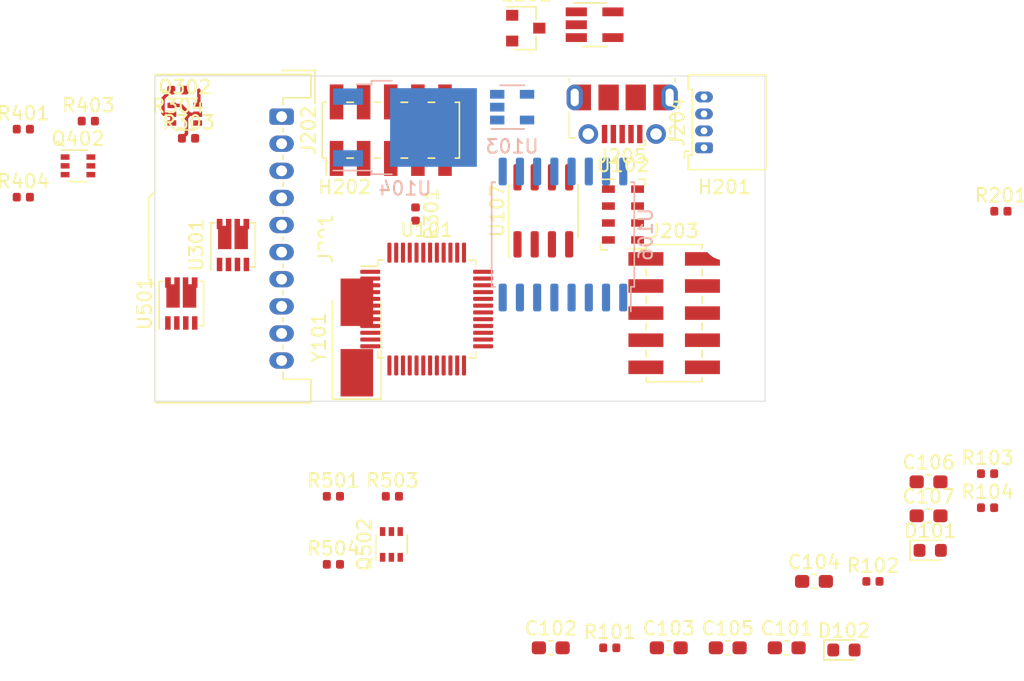
<source format=kicad_pcb>
(kicad_pcb (version 20171130) (host pcbnew 5.1.2)

  (general
    (thickness 1.6)
    (drawings 4)
    (tracks 13)
    (zones 0)
    (modules 44)
    (nets 79)
  )

  (page A4)
  (layers
    (0 F.Cu signal)
    (31 B.Cu signal)
    (32 B.Adhes user)
    (33 F.Adhes user)
    (34 B.Paste user)
    (35 F.Paste user)
    (36 B.SilkS user)
    (37 F.SilkS user hide)
    (38 B.Mask user)
    (39 F.Mask user)
    (40 Dwgs.User user)
    (41 Cmts.User user)
    (42 Eco1.User user)
    (43 Eco2.User user)
    (44 Edge.Cuts user)
    (45 Margin user)
    (46 B.CrtYd user)
    (47 F.CrtYd user)
    (48 B.Fab user)
    (49 F.Fab user)
  )

  (setup
    (last_trace_width 0.25)
    (trace_clearance 0.2)
    (zone_clearance 0.508)
    (zone_45_only no)
    (trace_min 0.2)
    (via_size 0.8)
    (via_drill 0.4)
    (via_min_size 0.4)
    (via_min_drill 0.3)
    (uvia_size 0.3)
    (uvia_drill 0.1)
    (uvias_allowed no)
    (uvia_min_size 0.2)
    (uvia_min_drill 0.1)
    (edge_width 0.05)
    (segment_width 0.2)
    (pcb_text_width 0.3)
    (pcb_text_size 1.5 1.5)
    (mod_edge_width 0.12)
    (mod_text_size 1 1)
    (mod_text_width 0.15)
    (pad_size 1.524 1.524)
    (pad_drill 0.762)
    (pad_to_mask_clearance 0.051)
    (solder_mask_min_width 0.25)
    (aux_axis_origin 0 0)
    (visible_elements FFFFFF7F)
    (pcbplotparams
      (layerselection 0x010fc_ffffffff)
      (usegerberextensions false)
      (usegerberattributes false)
      (usegerberadvancedattributes false)
      (creategerberjobfile false)
      (excludeedgelayer true)
      (linewidth 0.100000)
      (plotframeref false)
      (viasonmask false)
      (mode 1)
      (useauxorigin false)
      (hpglpennumber 1)
      (hpglpenspeed 20)
      (hpglpendiameter 15.000000)
      (psnegative false)
      (psa4output false)
      (plotreference true)
      (plotvalue true)
      (plotinvisibletext false)
      (padsonsilk false)
      (subtractmaskfromsilk false)
      (outputformat 1)
      (mirror false)
      (drillshape 1)
      (scaleselection 1)
      (outputdirectory ""))
  )

  (net 0 "")
  (net 1 GND)
  (net 2 "Net-(C101-Pad1)")
  (net 3 "Net-(C102-Pad1)")
  (net 4 +BATT)
  (net 5 "Net-(C104-Pad1)")
  (net 6 +5V)
  (net 7 +3V3)
  (net 8 "Net-(D101-Pad2)")
  (net 9 "Net-(D102-Pad2)")
  (net 10 USB_DP)
  (net 11 VBUS)
  (net 12 USB_DM)
  (net 13 NRST)
  (net 14 JTDI)
  (net 15 JTDO)
  (net 16 JTCK)
  (net 17 JTMS)
  (net 18 LED1)
  (net 19 LED2)
  (net 20 "Net-(R103-Pad2)")
  (net 21 "Net-(U101-Pad42)")
  (net 22 "Net-(U101-Pad41)")
  (net 23 "Net-(U101-Pad40)")
  (net 24 SPI2_MOSI)
  (net 25 SPI2_MISO)
  (net 26 SPI2_SCK)
  (net 27 SPI2_NSS)
  (net 28 "Net-(U101-Pad20)")
  (net 29 "Net-(U101-Pad19)")
  (net 30 "Net-(U101-Pad18)")
  (net 31 SPI1_MOSI)
  (net 32 SPI1_MISO)
  (net 33 SPI1_SCK)
  (net 34 BARO_CSS)
  (net 35 ACC_CS)
  (net 36 "Net-(U101-Pad2)")
  (net 37 BARO_CS)
  (net 38 "Net-(U106-Pad14)")
  (net 39 "Net-(U106-Pad13)")
  (net 40 "Net-(U106-Pad12)")
  (net 41 "Net-(U106-Pad11)")
  (net 42 "Net-(U106-Pad6)")
  (net 43 "Net-(U106-Pad5)")
  (net 44 "Net-(U106-Pad4)")
  (net 45 "Net-(C108-Pad2)")
  (net 46 PYRO3_LOW)
  (net 47 PYRO2_LOW)
  (net 48 PYRO1_LOW)
  (net 49 ARM_L)
  (net 50 ARM_H)
  (net 51 "Net-(J203-Pad4)")
  (net 52 "Net-(J203-Pad3)")
  (net 53 "Net-(J203-Pad2)")
  (net 54 "Net-(J203-Pad1)")
  (net 55 "Net-(J204-Pad4)")
  (net 56 "Net-(J204-Pad3)")
  (net 57 "Net-(J204-Pad2)")
  (net 58 "Net-(J204-Pad1)")
  (net 59 "Net-(J202-Pad7)")
  (net 60 "Net-(J203-Pad6)")
  (net 61 "Net-(J203-Pad5)")
  (net 62 ARM_LOW)
  (net 63 "Net-(Q302-Pad2)")
  (net 64 "Net-(Q302-Pad1)")
  (net 65 "Net-(Q402-Pad2)")
  (net 66 "Net-(Q402-Pad1)")
  (net 67 "Net-(Q502-Pad2)")
  (net 68 "Net-(Q502-Pad1)")
  (net 69 FIRE_PYRO1)
  (net 70 PYRO_TEST_ENABLE)
  (net 71 FIRE_PYRO2)
  (net 72 FIRE_PYRO3)
  (net 73 "Net-(U101-Pad14)")
  (net 74 VBAT_SENSE)
  (net 75 "Net-(J205-Pad4)")
  (net 76 "Net-(U101-Pad31)")
  (net 77 "Net-(U101-Pad30)")
  (net 78 "Net-(Q101-Pad2)")

  (net_class Default "Dies ist die voreingestellte Netzklasse."
    (clearance 0.2)
    (trace_width 0.25)
    (via_dia 0.8)
    (via_drill 0.4)
    (uvia_dia 0.3)
    (uvia_drill 0.1)
    (add_net +3V3)
    (add_net +5V)
    (add_net +BATT)
    (add_net ACC_CS)
    (add_net ARM_H)
    (add_net ARM_L)
    (add_net ARM_LOW)
    (add_net BARO_CS)
    (add_net BARO_CSS)
    (add_net FIRE_PYRO1)
    (add_net FIRE_PYRO2)
    (add_net FIRE_PYRO3)
    (add_net GND)
    (add_net JTCK)
    (add_net JTDI)
    (add_net JTDO)
    (add_net JTMS)
    (add_net LED1)
    (add_net LED2)
    (add_net NRST)
    (add_net "Net-(C101-Pad1)")
    (add_net "Net-(C102-Pad1)")
    (add_net "Net-(C104-Pad1)")
    (add_net "Net-(C108-Pad2)")
    (add_net "Net-(D101-Pad2)")
    (add_net "Net-(D102-Pad2)")
    (add_net "Net-(J202-Pad7)")
    (add_net "Net-(J203-Pad1)")
    (add_net "Net-(J203-Pad2)")
    (add_net "Net-(J203-Pad3)")
    (add_net "Net-(J203-Pad4)")
    (add_net "Net-(J203-Pad5)")
    (add_net "Net-(J203-Pad6)")
    (add_net "Net-(J204-Pad1)")
    (add_net "Net-(J204-Pad2)")
    (add_net "Net-(J204-Pad3)")
    (add_net "Net-(J204-Pad4)")
    (add_net "Net-(J205-Pad4)")
    (add_net "Net-(Q101-Pad2)")
    (add_net "Net-(Q302-Pad1)")
    (add_net "Net-(Q302-Pad2)")
    (add_net "Net-(Q402-Pad1)")
    (add_net "Net-(Q402-Pad2)")
    (add_net "Net-(Q502-Pad1)")
    (add_net "Net-(Q502-Pad2)")
    (add_net "Net-(R103-Pad2)")
    (add_net "Net-(U101-Pad14)")
    (add_net "Net-(U101-Pad18)")
    (add_net "Net-(U101-Pad19)")
    (add_net "Net-(U101-Pad2)")
    (add_net "Net-(U101-Pad20)")
    (add_net "Net-(U101-Pad30)")
    (add_net "Net-(U101-Pad31)")
    (add_net "Net-(U101-Pad40)")
    (add_net "Net-(U101-Pad41)")
    (add_net "Net-(U101-Pad42)")
    (add_net "Net-(U106-Pad11)")
    (add_net "Net-(U106-Pad12)")
    (add_net "Net-(U106-Pad13)")
    (add_net "Net-(U106-Pad14)")
    (add_net "Net-(U106-Pad4)")
    (add_net "Net-(U106-Pad5)")
    (add_net "Net-(U106-Pad6)")
    (add_net PYRO1_LOW)
    (add_net PYRO2_LOW)
    (add_net PYRO3_LOW)
    (add_net PYRO_TEST_ENABLE)
    (add_net SPI1_MISO)
    (add_net SPI1_MOSI)
    (add_net SPI1_SCK)
    (add_net SPI2_MISO)
    (add_net SPI2_MOSI)
    (add_net SPI2_NSS)
    (add_net SPI2_SCK)
    (add_net USB_DM)
    (add_net USB_DP)
    (add_net VBAT_SENSE)
    (add_net VBUS)
  )

  (module Resistor_SMD:R_0402_1005Metric (layer F.Cu) (tedit 5B301BBD) (tstamp 5D3F7889)
    (at 151.17 133.04)
    (descr "Resistor SMD 0402 (1005 Metric), square (rectangular) end terminal, IPC_7351 nominal, (Body size source: http://www.tortai-tech.com/upload/download/2011102023233369053.pdf), generated with kicad-footprint-generator")
    (tags resistor)
    (path /5D48B429/5D47580C)
    (attr smd)
    (fp_text reference R504 (at 0 -1.17) (layer F.SilkS)
      (effects (font (size 1 1) (thickness 0.15)))
    )
    (fp_text value 2.7k (at 0 1.17) (layer F.Fab)
      (effects (font (size 1 1) (thickness 0.15)))
    )
    (fp_text user %R (at 0 0) (layer F.Fab)
      (effects (font (size 0.25 0.25) (thickness 0.04)))
    )
    (fp_line (start 0.93 0.47) (end -0.93 0.47) (layer F.CrtYd) (width 0.05))
    (fp_line (start 0.93 -0.47) (end 0.93 0.47) (layer F.CrtYd) (width 0.05))
    (fp_line (start -0.93 -0.47) (end 0.93 -0.47) (layer F.CrtYd) (width 0.05))
    (fp_line (start -0.93 0.47) (end -0.93 -0.47) (layer F.CrtYd) (width 0.05))
    (fp_line (start 0.5 0.25) (end -0.5 0.25) (layer F.Fab) (width 0.1))
    (fp_line (start 0.5 -0.25) (end 0.5 0.25) (layer F.Fab) (width 0.1))
    (fp_line (start -0.5 -0.25) (end 0.5 -0.25) (layer F.Fab) (width 0.1))
    (fp_line (start -0.5 0.25) (end -0.5 -0.25) (layer F.Fab) (width 0.1))
    (pad 2 smd roundrect (at 0.485 0) (size 0.59 0.64) (layers F.Cu F.Paste F.Mask) (roundrect_rratio 0.25)
      (net 67 "Net-(Q502-Pad2)"))
    (pad 1 smd roundrect (at -0.485 0) (size 0.59 0.64) (layers F.Cu F.Paste F.Mask) (roundrect_rratio 0.25)
      (net 70 PYRO_TEST_ENABLE))
    (model ${KISYS3DMOD}/Resistor_SMD.3dshapes/R_0402_1005Metric.wrl
      (at (xyz 0 0 0))
      (scale (xyz 1 1 1))
      (rotate (xyz 0 0 0))
    )
  )

  (module Resistor_SMD:R_0402_1005Metric (layer F.Cu) (tedit 5B301BBD) (tstamp 5D3F7878)
    (at 155.52 128.02)
    (descr "Resistor SMD 0402 (1005 Metric), square (rectangular) end terminal, IPC_7351 nominal, (Body size source: http://www.tortai-tech.com/upload/download/2011102023233369053.pdf), generated with kicad-footprint-generator")
    (tags resistor)
    (path /5D48B429/5D4757F5)
    (attr smd)
    (fp_text reference R503 (at 0 -1.17) (layer F.SilkS)
      (effects (font (size 1 1) (thickness 0.15)))
    )
    (fp_text value 33 (at 0 1.17) (layer F.Fab)
      (effects (font (size 1 1) (thickness 0.15)))
    )
    (fp_text user %R (at 0 0) (layer F.Fab)
      (effects (font (size 0.25 0.25) (thickness 0.04)))
    )
    (fp_line (start 0.93 0.47) (end -0.93 0.47) (layer F.CrtYd) (width 0.05))
    (fp_line (start 0.93 -0.47) (end 0.93 0.47) (layer F.CrtYd) (width 0.05))
    (fp_line (start -0.93 -0.47) (end 0.93 -0.47) (layer F.CrtYd) (width 0.05))
    (fp_line (start -0.93 0.47) (end -0.93 -0.47) (layer F.CrtYd) (width 0.05))
    (fp_line (start 0.5 0.25) (end -0.5 0.25) (layer F.Fab) (width 0.1))
    (fp_line (start 0.5 -0.25) (end 0.5 0.25) (layer F.Fab) (width 0.1))
    (fp_line (start -0.5 -0.25) (end 0.5 -0.25) (layer F.Fab) (width 0.1))
    (fp_line (start -0.5 0.25) (end -0.5 -0.25) (layer F.Fab) (width 0.1))
    (pad 2 smd roundrect (at 0.485 0) (size 0.59 0.64) (layers F.Cu F.Paste F.Mask) (roundrect_rratio 0.25)
      (net 1 GND))
    (pad 1 smd roundrect (at -0.485 0) (size 0.59 0.64) (layers F.Cu F.Paste F.Mask) (roundrect_rratio 0.25)
      (net 68 "Net-(Q502-Pad1)"))
    (model ${KISYS3DMOD}/Resistor_SMD.3dshapes/R_0402_1005Metric.wrl
      (at (xyz 0 0 0))
      (scale (xyz 1 1 1))
      (rotate (xyz 0 0 0))
    )
  )

  (module Resistor_SMD:R_0402_1005Metric (layer F.Cu) (tedit 5B301BBD) (tstamp 5D3F7856)
    (at 151.17 128.02)
    (descr "Resistor SMD 0402 (1005 Metric), square (rectangular) end terminal, IPC_7351 nominal, (Body size source: http://www.tortai-tech.com/upload/download/2011102023233369053.pdf), generated with kicad-footprint-generator")
    (tags resistor)
    (path /5D48B429/5D475828)
    (attr smd)
    (fp_text reference R501 (at 0 -1.17) (layer F.SilkS)
      (effects (font (size 1 1) (thickness 0.15)))
    )
    (fp_text value 2.7k (at 0 1.17) (layer F.Fab)
      (effects (font (size 1 1) (thickness 0.15)))
    )
    (fp_text user %R (at 0 0) (layer F.Fab)
      (effects (font (size 0.25 0.25) (thickness 0.04)))
    )
    (fp_line (start 0.93 0.47) (end -0.93 0.47) (layer F.CrtYd) (width 0.05))
    (fp_line (start 0.93 -0.47) (end 0.93 0.47) (layer F.CrtYd) (width 0.05))
    (fp_line (start -0.93 -0.47) (end 0.93 -0.47) (layer F.CrtYd) (width 0.05))
    (fp_line (start -0.93 0.47) (end -0.93 -0.47) (layer F.CrtYd) (width 0.05))
    (fp_line (start 0.5 0.25) (end -0.5 0.25) (layer F.Fab) (width 0.1))
    (fp_line (start 0.5 -0.25) (end 0.5 0.25) (layer F.Fab) (width 0.1))
    (fp_line (start -0.5 -0.25) (end 0.5 -0.25) (layer F.Fab) (width 0.1))
    (fp_line (start -0.5 0.25) (end -0.5 -0.25) (layer F.Fab) (width 0.1))
    (pad 2 smd roundrect (at 0.485 0) (size 0.59 0.64) (layers F.Cu F.Paste F.Mask) (roundrect_rratio 0.25)
      (net 1 GND))
    (pad 1 smd roundrect (at -0.485 0) (size 0.59 0.64) (layers F.Cu F.Paste F.Mask) (roundrect_rratio 0.25)
      (net 72 FIRE_PYRO3))
    (model ${KISYS3DMOD}/Resistor_SMD.3dshapes/R_0402_1005Metric.wrl
      (at (xyz 0 0 0))
      (scale (xyz 1 1 1))
      (rotate (xyz 0 0 0))
    )
  )

  (module Resistor_SMD:R_0402_1005Metric (layer F.Cu) (tedit 5B301BBD) (tstamp 5D3F7845)
    (at 128.304 105.944)
    (descr "Resistor SMD 0402 (1005 Metric), square (rectangular) end terminal, IPC_7351 nominal, (Body size source: http://www.tortai-tech.com/upload/download/2011102023233369053.pdf), generated with kicad-footprint-generator")
    (tags resistor)
    (path /5D488E46/5D47580C)
    (attr smd)
    (fp_text reference R404 (at 0 -1.17) (layer F.SilkS)
      (effects (font (size 1 1) (thickness 0.15)))
    )
    (fp_text value 2.7k (at 0 1.17) (layer F.Fab)
      (effects (font (size 1 1) (thickness 0.15)))
    )
    (fp_text user %R (at 0 0) (layer F.Fab)
      (effects (font (size 0.25 0.25) (thickness 0.04)))
    )
    (fp_line (start 0.93 0.47) (end -0.93 0.47) (layer F.CrtYd) (width 0.05))
    (fp_line (start 0.93 -0.47) (end 0.93 0.47) (layer F.CrtYd) (width 0.05))
    (fp_line (start -0.93 -0.47) (end 0.93 -0.47) (layer F.CrtYd) (width 0.05))
    (fp_line (start -0.93 0.47) (end -0.93 -0.47) (layer F.CrtYd) (width 0.05))
    (fp_line (start 0.5 0.25) (end -0.5 0.25) (layer F.Fab) (width 0.1))
    (fp_line (start 0.5 -0.25) (end 0.5 0.25) (layer F.Fab) (width 0.1))
    (fp_line (start -0.5 -0.25) (end 0.5 -0.25) (layer F.Fab) (width 0.1))
    (fp_line (start -0.5 0.25) (end -0.5 -0.25) (layer F.Fab) (width 0.1))
    (pad 2 smd roundrect (at 0.485 0) (size 0.59 0.64) (layers F.Cu F.Paste F.Mask) (roundrect_rratio 0.25)
      (net 65 "Net-(Q402-Pad2)"))
    (pad 1 smd roundrect (at -0.485 0) (size 0.59 0.64) (layers F.Cu F.Paste F.Mask) (roundrect_rratio 0.25)
      (net 70 PYRO_TEST_ENABLE))
    (model ${KISYS3DMOD}/Resistor_SMD.3dshapes/R_0402_1005Metric.wrl
      (at (xyz 0 0 0))
      (scale (xyz 1 1 1))
      (rotate (xyz 0 0 0))
    )
  )

  (module Resistor_SMD:R_0402_1005Metric (layer F.Cu) (tedit 5B301BBD) (tstamp 5D3F7834)
    (at 133.096 100.33)
    (descr "Resistor SMD 0402 (1005 Metric), square (rectangular) end terminal, IPC_7351 nominal, (Body size source: http://www.tortai-tech.com/upload/download/2011102023233369053.pdf), generated with kicad-footprint-generator")
    (tags resistor)
    (path /5D488E46/5D4757F5)
    (attr smd)
    (fp_text reference R403 (at 0 -1.17) (layer F.SilkS)
      (effects (font (size 1 1) (thickness 0.15)))
    )
    (fp_text value 33 (at 0 1.17) (layer F.Fab)
      (effects (font (size 1 1) (thickness 0.15)))
    )
    (fp_text user %R (at 0 0) (layer F.Fab)
      (effects (font (size 0.25 0.25) (thickness 0.04)))
    )
    (fp_line (start 0.93 0.47) (end -0.93 0.47) (layer F.CrtYd) (width 0.05))
    (fp_line (start 0.93 -0.47) (end 0.93 0.47) (layer F.CrtYd) (width 0.05))
    (fp_line (start -0.93 -0.47) (end 0.93 -0.47) (layer F.CrtYd) (width 0.05))
    (fp_line (start -0.93 0.47) (end -0.93 -0.47) (layer F.CrtYd) (width 0.05))
    (fp_line (start 0.5 0.25) (end -0.5 0.25) (layer F.Fab) (width 0.1))
    (fp_line (start 0.5 -0.25) (end 0.5 0.25) (layer F.Fab) (width 0.1))
    (fp_line (start -0.5 -0.25) (end 0.5 -0.25) (layer F.Fab) (width 0.1))
    (fp_line (start -0.5 0.25) (end -0.5 -0.25) (layer F.Fab) (width 0.1))
    (pad 2 smd roundrect (at 0.485 0) (size 0.59 0.64) (layers F.Cu F.Paste F.Mask) (roundrect_rratio 0.25)
      (net 1 GND))
    (pad 1 smd roundrect (at -0.485 0) (size 0.59 0.64) (layers F.Cu F.Paste F.Mask) (roundrect_rratio 0.25)
      (net 66 "Net-(Q402-Pad1)"))
    (model ${KISYS3DMOD}/Resistor_SMD.3dshapes/R_0402_1005Metric.wrl
      (at (xyz 0 0 0))
      (scale (xyz 1 1 1))
      (rotate (xyz 0 0 0))
    )
  )

  (module Resistor_SMD:R_0402_1005Metric (layer F.Cu) (tedit 5B301BBD) (tstamp 5D3F7812)
    (at 128.304 100.924)
    (descr "Resistor SMD 0402 (1005 Metric), square (rectangular) end terminal, IPC_7351 nominal, (Body size source: http://www.tortai-tech.com/upload/download/2011102023233369053.pdf), generated with kicad-footprint-generator")
    (tags resistor)
    (path /5D488E46/5D475828)
    (attr smd)
    (fp_text reference R401 (at 0 -1.17) (layer F.SilkS)
      (effects (font (size 1 1) (thickness 0.15)))
    )
    (fp_text value 2.7k (at 0 1.17) (layer F.Fab)
      (effects (font (size 1 1) (thickness 0.15)))
    )
    (fp_text user %R (at 0 0) (layer F.Fab)
      (effects (font (size 0.25 0.25) (thickness 0.04)))
    )
    (fp_line (start 0.93 0.47) (end -0.93 0.47) (layer F.CrtYd) (width 0.05))
    (fp_line (start 0.93 -0.47) (end 0.93 0.47) (layer F.CrtYd) (width 0.05))
    (fp_line (start -0.93 -0.47) (end 0.93 -0.47) (layer F.CrtYd) (width 0.05))
    (fp_line (start -0.93 0.47) (end -0.93 -0.47) (layer F.CrtYd) (width 0.05))
    (fp_line (start 0.5 0.25) (end -0.5 0.25) (layer F.Fab) (width 0.1))
    (fp_line (start 0.5 -0.25) (end 0.5 0.25) (layer F.Fab) (width 0.1))
    (fp_line (start -0.5 -0.25) (end 0.5 -0.25) (layer F.Fab) (width 0.1))
    (fp_line (start -0.5 0.25) (end -0.5 -0.25) (layer F.Fab) (width 0.1))
    (pad 2 smd roundrect (at 0.485 0) (size 0.59 0.64) (layers F.Cu F.Paste F.Mask) (roundrect_rratio 0.25)
      (net 1 GND))
    (pad 1 smd roundrect (at -0.485 0) (size 0.59 0.64) (layers F.Cu F.Paste F.Mask) (roundrect_rratio 0.25)
      (net 71 FIRE_PYRO2))
    (model ${KISYS3DMOD}/Resistor_SMD.3dshapes/R_0402_1005Metric.wrl
      (at (xyz 0 0 0))
      (scale (xyz 1 1 1))
      (rotate (xyz 0 0 0))
    )
  )

  (module Resistor_SMD:R_0402_1005Metric (layer F.Cu) (tedit 5B301BBD) (tstamp 5D3F7801)
    (at 139.7 98.044 180)
    (descr "Resistor SMD 0402 (1005 Metric), square (rectangular) end terminal, IPC_7351 nominal, (Body size source: http://www.tortai-tech.com/upload/download/2011102023233369053.pdf), generated with kicad-footprint-generator")
    (tags resistor)
    (path /5D473C9B/5D47580C)
    (attr smd)
    (fp_text reference R304 (at 0 -1.17) (layer F.SilkS)
      (effects (font (size 1 1) (thickness 0.15)))
    )
    (fp_text value 2.7k (at 0 1.17) (layer F.Fab)
      (effects (font (size 1 1) (thickness 0.15)))
    )
    (fp_text user %R (at 0 0) (layer F.Fab)
      (effects (font (size 0.25 0.25) (thickness 0.04)))
    )
    (fp_line (start 0.93 0.47) (end -0.93 0.47) (layer F.CrtYd) (width 0.05))
    (fp_line (start 0.93 -0.47) (end 0.93 0.47) (layer F.CrtYd) (width 0.05))
    (fp_line (start -0.93 -0.47) (end 0.93 -0.47) (layer F.CrtYd) (width 0.05))
    (fp_line (start -0.93 0.47) (end -0.93 -0.47) (layer F.CrtYd) (width 0.05))
    (fp_line (start 0.5 0.25) (end -0.5 0.25) (layer F.Fab) (width 0.1))
    (fp_line (start 0.5 -0.25) (end 0.5 0.25) (layer F.Fab) (width 0.1))
    (fp_line (start -0.5 -0.25) (end 0.5 -0.25) (layer F.Fab) (width 0.1))
    (fp_line (start -0.5 0.25) (end -0.5 -0.25) (layer F.Fab) (width 0.1))
    (pad 2 smd roundrect (at 0.485 0 180) (size 0.59 0.64) (layers F.Cu F.Paste F.Mask) (roundrect_rratio 0.25)
      (net 63 "Net-(Q302-Pad2)"))
    (pad 1 smd roundrect (at -0.485 0 180) (size 0.59 0.64) (layers F.Cu F.Paste F.Mask) (roundrect_rratio 0.25)
      (net 70 PYRO_TEST_ENABLE))
    (model ${KISYS3DMOD}/Resistor_SMD.3dshapes/R_0402_1005Metric.wrl
      (at (xyz 0 0 0))
      (scale (xyz 1 1 1))
      (rotate (xyz 0 0 0))
    )
  )

  (module Resistor_SMD:R_0402_1005Metric (layer F.Cu) (tedit 5B301BBD) (tstamp 5D402A58)
    (at 140.485 101.6)
    (descr "Resistor SMD 0402 (1005 Metric), square (rectangular) end terminal, IPC_7351 nominal, (Body size source: http://www.tortai-tech.com/upload/download/2011102023233369053.pdf), generated with kicad-footprint-generator")
    (tags resistor)
    (path /5D473C9B/5D4757F5)
    (attr smd)
    (fp_text reference R303 (at 0 -1.17) (layer F.SilkS)
      (effects (font (size 1 1) (thickness 0.15)))
    )
    (fp_text value 33 (at 0 1.17) (layer F.Fab)
      (effects (font (size 1 1) (thickness 0.15)))
    )
    (fp_text user %R (at 0 0) (layer F.Fab)
      (effects (font (size 0.25 0.25) (thickness 0.04)))
    )
    (fp_line (start 0.93 0.47) (end -0.93 0.47) (layer F.CrtYd) (width 0.05))
    (fp_line (start 0.93 -0.47) (end 0.93 0.47) (layer F.CrtYd) (width 0.05))
    (fp_line (start -0.93 -0.47) (end 0.93 -0.47) (layer F.CrtYd) (width 0.05))
    (fp_line (start -0.93 0.47) (end -0.93 -0.47) (layer F.CrtYd) (width 0.05))
    (fp_line (start 0.5 0.25) (end -0.5 0.25) (layer F.Fab) (width 0.1))
    (fp_line (start 0.5 -0.25) (end 0.5 0.25) (layer F.Fab) (width 0.1))
    (fp_line (start -0.5 -0.25) (end 0.5 -0.25) (layer F.Fab) (width 0.1))
    (fp_line (start -0.5 0.25) (end -0.5 -0.25) (layer F.Fab) (width 0.1))
    (pad 2 smd roundrect (at 0.485 0) (size 0.59 0.64) (layers F.Cu F.Paste F.Mask) (roundrect_rratio 0.25)
      (net 1 GND))
    (pad 1 smd roundrect (at -0.485 0) (size 0.59 0.64) (layers F.Cu F.Paste F.Mask) (roundrect_rratio 0.25)
      (net 64 "Net-(Q302-Pad1)"))
    (model ${KISYS3DMOD}/Resistor_SMD.3dshapes/R_0402_1005Metric.wrl
      (at (xyz 0 0 0))
      (scale (xyz 1 1 1))
      (rotate (xyz 0 0 0))
    )
  )

  (module Resistor_SMD:R_0402_1005Metric (layer F.Cu) (tedit 5B301BBD) (tstamp 5D3F77CE)
    (at 157.226 107.188 270)
    (descr "Resistor SMD 0402 (1005 Metric), square (rectangular) end terminal, IPC_7351 nominal, (Body size source: http://www.tortai-tech.com/upload/download/2011102023233369053.pdf), generated with kicad-footprint-generator")
    (tags resistor)
    (path /5D473C9B/5D475828)
    (attr smd)
    (fp_text reference R301 (at 0 -1.17 90) (layer F.SilkS)
      (effects (font (size 1 1) (thickness 0.15)))
    )
    (fp_text value 2.7k (at 0 1.17 90) (layer F.Fab)
      (effects (font (size 1 1) (thickness 0.15)))
    )
    (fp_text user %R (at 0 0 90) (layer F.Fab)
      (effects (font (size 0.25 0.25) (thickness 0.04)))
    )
    (fp_line (start 0.93 0.47) (end -0.93 0.47) (layer F.CrtYd) (width 0.05))
    (fp_line (start 0.93 -0.47) (end 0.93 0.47) (layer F.CrtYd) (width 0.05))
    (fp_line (start -0.93 -0.47) (end 0.93 -0.47) (layer F.CrtYd) (width 0.05))
    (fp_line (start -0.93 0.47) (end -0.93 -0.47) (layer F.CrtYd) (width 0.05))
    (fp_line (start 0.5 0.25) (end -0.5 0.25) (layer F.Fab) (width 0.1))
    (fp_line (start 0.5 -0.25) (end 0.5 0.25) (layer F.Fab) (width 0.1))
    (fp_line (start -0.5 -0.25) (end 0.5 -0.25) (layer F.Fab) (width 0.1))
    (fp_line (start -0.5 0.25) (end -0.5 -0.25) (layer F.Fab) (width 0.1))
    (pad 2 smd roundrect (at 0.485 0 270) (size 0.59 0.64) (layers F.Cu F.Paste F.Mask) (roundrect_rratio 0.25)
      (net 1 GND))
    (pad 1 smd roundrect (at -0.485 0 270) (size 0.59 0.64) (layers F.Cu F.Paste F.Mask) (roundrect_rratio 0.25)
      (net 69 FIRE_PYRO1))
    (model ${KISYS3DMOD}/Resistor_SMD.3dshapes/R_0402_1005Metric.wrl
      (at (xyz 0 0 0))
      (scale (xyz 1 1 1))
      (rotate (xyz 0 0 0))
    )
  )

  (module Resistor_SMD:R_0402_1005Metric (layer F.Cu) (tedit 5B301BBD) (tstamp 5D3FD5E0)
    (at 200.394 106.982)
    (descr "Resistor SMD 0402 (1005 Metric), square (rectangular) end terminal, IPC_7351 nominal, (Body size source: http://www.tortai-tech.com/upload/download/2011102023233369053.pdf), generated with kicad-footprint-generator")
    (tags resistor)
    (path /5D3DE309/5D5D0BD6)
    (attr smd)
    (fp_text reference R201 (at 0 -1.17) (layer F.SilkS)
      (effects (font (size 1 1) (thickness 0.15)))
    )
    (fp_text value 1.5k (at 0 1.17) (layer F.Fab)
      (effects (font (size 1 1) (thickness 0.15)))
    )
    (fp_text user %R (at 0 0) (layer F.Fab)
      (effects (font (size 0.25 0.25) (thickness 0.04)))
    )
    (fp_line (start 0.93 0.47) (end -0.93 0.47) (layer F.CrtYd) (width 0.05))
    (fp_line (start 0.93 -0.47) (end 0.93 0.47) (layer F.CrtYd) (width 0.05))
    (fp_line (start -0.93 -0.47) (end 0.93 -0.47) (layer F.CrtYd) (width 0.05))
    (fp_line (start -0.93 0.47) (end -0.93 -0.47) (layer F.CrtYd) (width 0.05))
    (fp_line (start 0.5 0.25) (end -0.5 0.25) (layer F.Fab) (width 0.1))
    (fp_line (start 0.5 -0.25) (end 0.5 0.25) (layer F.Fab) (width 0.1))
    (fp_line (start -0.5 -0.25) (end 0.5 -0.25) (layer F.Fab) (width 0.1))
    (fp_line (start -0.5 0.25) (end -0.5 -0.25) (layer F.Fab) (width 0.1))
    (pad 2 smd roundrect (at 0.485 0) (size 0.59 0.64) (layers F.Cu F.Paste F.Mask) (roundrect_rratio 0.25)
      (net 7 +3V3))
    (pad 1 smd roundrect (at -0.485 0) (size 0.59 0.64) (layers F.Cu F.Paste F.Mask) (roundrect_rratio 0.25)
      (net 10 USB_DP))
    (model ${KISYS3DMOD}/Resistor_SMD.3dshapes/R_0402_1005Metric.wrl
      (at (xyz 0 0 0))
      (scale (xyz 1 1 1))
      (rotate (xyz 0 0 0))
    )
  )

  (module Resistor_SMD:R_0402_1005Metric (layer F.Cu) (tedit 5B301BBD) (tstamp 5D3D16CF)
    (at 199.41 128.86)
    (descr "Resistor SMD 0402 (1005 Metric), square (rectangular) end terminal, IPC_7351 nominal, (Body size source: http://www.tortai-tech.com/upload/download/2011102023233369053.pdf), generated with kicad-footprint-generator")
    (tags resistor)
    (path /5D467D2B)
    (attr smd)
    (fp_text reference R104 (at 0 -1.17) (layer F.SilkS)
      (effects (font (size 1 1) (thickness 0.15)))
    )
    (fp_text value 100k (at 0 1.17) (layer F.Fab)
      (effects (font (size 1 1) (thickness 0.15)))
    )
    (fp_text user %R (at 0 0) (layer F.Fab)
      (effects (font (size 0.25 0.25) (thickness 0.04)))
    )
    (fp_line (start 0.93 0.47) (end -0.93 0.47) (layer F.CrtYd) (width 0.05))
    (fp_line (start 0.93 -0.47) (end 0.93 0.47) (layer F.CrtYd) (width 0.05))
    (fp_line (start -0.93 -0.47) (end 0.93 -0.47) (layer F.CrtYd) (width 0.05))
    (fp_line (start -0.93 0.47) (end -0.93 -0.47) (layer F.CrtYd) (width 0.05))
    (fp_line (start 0.5 0.25) (end -0.5 0.25) (layer F.Fab) (width 0.1))
    (fp_line (start 0.5 -0.25) (end 0.5 0.25) (layer F.Fab) (width 0.1))
    (fp_line (start -0.5 -0.25) (end 0.5 -0.25) (layer F.Fab) (width 0.1))
    (fp_line (start -0.5 0.25) (end -0.5 -0.25) (layer F.Fab) (width 0.1))
    (pad 2 smd roundrect (at 0.485 0) (size 0.59 0.64) (layers F.Cu F.Paste F.Mask) (roundrect_rratio 0.25)
      (net 1 GND))
    (pad 1 smd roundrect (at -0.485 0) (size 0.59 0.64) (layers F.Cu F.Paste F.Mask) (roundrect_rratio 0.25)
      (net 20 "Net-(R103-Pad2)"))
    (model ${KISYS3DMOD}/Resistor_SMD.3dshapes/R_0402_1005Metric.wrl
      (at (xyz 0 0 0))
      (scale (xyz 1 1 1))
      (rotate (xyz 0 0 0))
    )
  )

  (module Resistor_SMD:R_0402_1005Metric (layer F.Cu) (tedit 5B301BBD) (tstamp 5D3D16BE)
    (at 199.41 126.35)
    (descr "Resistor SMD 0402 (1005 Metric), square (rectangular) end terminal, IPC_7351 nominal, (Body size source: http://www.tortai-tech.com/upload/download/2011102023233369053.pdf), generated with kicad-footprint-generator")
    (tags resistor)
    (path /5D46D6CD)
    (attr smd)
    (fp_text reference R103 (at 0 -1.17) (layer F.SilkS)
      (effects (font (size 1 1) (thickness 0.15)))
    )
    (fp_text value 100k (at 0 1.17) (layer F.Fab)
      (effects (font (size 1 1) (thickness 0.15)))
    )
    (fp_text user %R (at 0 0) (layer F.Fab)
      (effects (font (size 0.25 0.25) (thickness 0.04)))
    )
    (fp_line (start 0.93 0.47) (end -0.93 0.47) (layer F.CrtYd) (width 0.05))
    (fp_line (start 0.93 -0.47) (end 0.93 0.47) (layer F.CrtYd) (width 0.05))
    (fp_line (start -0.93 -0.47) (end 0.93 -0.47) (layer F.CrtYd) (width 0.05))
    (fp_line (start -0.93 0.47) (end -0.93 -0.47) (layer F.CrtYd) (width 0.05))
    (fp_line (start 0.5 0.25) (end -0.5 0.25) (layer F.Fab) (width 0.1))
    (fp_line (start 0.5 -0.25) (end 0.5 0.25) (layer F.Fab) (width 0.1))
    (fp_line (start -0.5 -0.25) (end 0.5 -0.25) (layer F.Fab) (width 0.1))
    (fp_line (start -0.5 0.25) (end -0.5 -0.25) (layer F.Fab) (width 0.1))
    (pad 2 smd roundrect (at 0.485 0) (size 0.59 0.64) (layers F.Cu F.Paste F.Mask) (roundrect_rratio 0.25)
      (net 20 "Net-(R103-Pad2)"))
    (pad 1 smd roundrect (at -0.485 0) (size 0.59 0.64) (layers F.Cu F.Paste F.Mask) (roundrect_rratio 0.25)
      (net 4 +BATT))
    (model ${KISYS3DMOD}/Resistor_SMD.3dshapes/R_0402_1005Metric.wrl
      (at (xyz 0 0 0))
      (scale (xyz 1 1 1))
      (rotate (xyz 0 0 0))
    )
  )

  (module Resistor_SMD:R_0402_1005Metric (layer F.Cu) (tedit 5B301BBD) (tstamp 5D3D16AD)
    (at 190.96 134.3)
    (descr "Resistor SMD 0402 (1005 Metric), square (rectangular) end terminal, IPC_7351 nominal, (Body size source: http://www.tortai-tech.com/upload/download/2011102023233369053.pdf), generated with kicad-footprint-generator")
    (tags resistor)
    (path /5D42CF44)
    (attr smd)
    (fp_text reference R102 (at 0 -1.17) (layer F.SilkS)
      (effects (font (size 1 1) (thickness 0.15)))
    )
    (fp_text value R (at 0 1.17) (layer F.Fab)
      (effects (font (size 1 1) (thickness 0.15)))
    )
    (fp_text user %R (at 0 0) (layer F.Fab)
      (effects (font (size 0.25 0.25) (thickness 0.04)))
    )
    (fp_line (start 0.93 0.47) (end -0.93 0.47) (layer F.CrtYd) (width 0.05))
    (fp_line (start 0.93 -0.47) (end 0.93 0.47) (layer F.CrtYd) (width 0.05))
    (fp_line (start -0.93 -0.47) (end 0.93 -0.47) (layer F.CrtYd) (width 0.05))
    (fp_line (start -0.93 0.47) (end -0.93 -0.47) (layer F.CrtYd) (width 0.05))
    (fp_line (start 0.5 0.25) (end -0.5 0.25) (layer F.Fab) (width 0.1))
    (fp_line (start 0.5 -0.25) (end 0.5 0.25) (layer F.Fab) (width 0.1))
    (fp_line (start -0.5 -0.25) (end 0.5 -0.25) (layer F.Fab) (width 0.1))
    (fp_line (start -0.5 0.25) (end -0.5 -0.25) (layer F.Fab) (width 0.1))
    (pad 2 smd roundrect (at 0.485 0) (size 0.59 0.64) (layers F.Cu F.Paste F.Mask) (roundrect_rratio 0.25)
      (net 19 LED2))
    (pad 1 smd roundrect (at -0.485 0) (size 0.59 0.64) (layers F.Cu F.Paste F.Mask) (roundrect_rratio 0.25)
      (net 9 "Net-(D102-Pad2)"))
    (model ${KISYS3DMOD}/Resistor_SMD.3dshapes/R_0402_1005Metric.wrl
      (at (xyz 0 0 0))
      (scale (xyz 1 1 1))
      (rotate (xyz 0 0 0))
    )
  )

  (module Resistor_SMD:R_0402_1005Metric (layer F.Cu) (tedit 5B301BBD) (tstamp 5D3D169C)
    (at 171.55 139.2)
    (descr "Resistor SMD 0402 (1005 Metric), square (rectangular) end terminal, IPC_7351 nominal, (Body size source: http://www.tortai-tech.com/upload/download/2011102023233369053.pdf), generated with kicad-footprint-generator")
    (tags resistor)
    (path /5D42C93A)
    (attr smd)
    (fp_text reference R101 (at 0 -1.17) (layer F.SilkS)
      (effects (font (size 1 1) (thickness 0.15)))
    )
    (fp_text value R (at 0 1.17) (layer F.Fab)
      (effects (font (size 1 1) (thickness 0.15)))
    )
    (fp_text user %R (at 0 0) (layer F.Fab)
      (effects (font (size 0.25 0.25) (thickness 0.04)))
    )
    (fp_line (start 0.93 0.47) (end -0.93 0.47) (layer F.CrtYd) (width 0.05))
    (fp_line (start 0.93 -0.47) (end 0.93 0.47) (layer F.CrtYd) (width 0.05))
    (fp_line (start -0.93 -0.47) (end 0.93 -0.47) (layer F.CrtYd) (width 0.05))
    (fp_line (start -0.93 0.47) (end -0.93 -0.47) (layer F.CrtYd) (width 0.05))
    (fp_line (start 0.5 0.25) (end -0.5 0.25) (layer F.Fab) (width 0.1))
    (fp_line (start 0.5 -0.25) (end 0.5 0.25) (layer F.Fab) (width 0.1))
    (fp_line (start -0.5 -0.25) (end 0.5 -0.25) (layer F.Fab) (width 0.1))
    (fp_line (start -0.5 0.25) (end -0.5 -0.25) (layer F.Fab) (width 0.1))
    (pad 2 smd roundrect (at 0.485 0) (size 0.59 0.64) (layers F.Cu F.Paste F.Mask) (roundrect_rratio 0.25)
      (net 18 LED1))
    (pad 1 smd roundrect (at -0.485 0) (size 0.59 0.64) (layers F.Cu F.Paste F.Mask) (roundrect_rratio 0.25)
      (net 8 "Net-(D101-Pad2)"))
    (model ${KISYS3DMOD}/Resistor_SMD.3dshapes/R_0402_1005Metric.wrl
      (at (xyz 0 0 0))
      (scale (xyz 1 1 1))
      (rotate (xyz 0 0 0))
    )
  )

  (module Package_TO_SOT_SMD:SOT-23 (layer F.Cu) (tedit 5A02FF57) (tstamp 5D400626)
    (at 165.354 93.472)
    (descr "SOT-23, Standard")
    (tags SOT-23)
    (path /5D449B6D)
    (attr smd)
    (fp_text reference Q101 (at 0 -2.5) (layer F.SilkS)
      (effects (font (size 1 1) (thickness 0.15)))
    )
    (fp_text value DMG2301L (at 0 2.5) (layer F.Fab)
      (effects (font (size 1 1) (thickness 0.15)))
    )
    (fp_line (start 0.76 1.58) (end -0.7 1.58) (layer F.SilkS) (width 0.12))
    (fp_line (start 0.76 -1.58) (end -1.4 -1.58) (layer F.SilkS) (width 0.12))
    (fp_line (start -1.7 1.75) (end -1.7 -1.75) (layer F.CrtYd) (width 0.05))
    (fp_line (start 1.7 1.75) (end -1.7 1.75) (layer F.CrtYd) (width 0.05))
    (fp_line (start 1.7 -1.75) (end 1.7 1.75) (layer F.CrtYd) (width 0.05))
    (fp_line (start -1.7 -1.75) (end 1.7 -1.75) (layer F.CrtYd) (width 0.05))
    (fp_line (start 0.76 -1.58) (end 0.76 -0.65) (layer F.SilkS) (width 0.12))
    (fp_line (start 0.76 1.58) (end 0.76 0.65) (layer F.SilkS) (width 0.12))
    (fp_line (start -0.7 1.52) (end 0.7 1.52) (layer F.Fab) (width 0.1))
    (fp_line (start 0.7 -1.52) (end 0.7 1.52) (layer F.Fab) (width 0.1))
    (fp_line (start -0.7 -0.95) (end -0.15 -1.52) (layer F.Fab) (width 0.1))
    (fp_line (start -0.15 -1.52) (end 0.7 -1.52) (layer F.Fab) (width 0.1))
    (fp_line (start -0.7 -0.95) (end -0.7 1.5) (layer F.Fab) (width 0.1))
    (fp_text user %R (at 0 0 90) (layer F.Fab)
      (effects (font (size 0.5 0.5) (thickness 0.075)))
    )
    (pad 3 smd rect (at 1 0) (size 0.9 0.8) (layers F.Cu F.Paste F.Mask)
      (net 6 +5V))
    (pad 2 smd rect (at -1 0.95) (size 0.9 0.8) (layers F.Cu F.Paste F.Mask)
      (net 78 "Net-(Q101-Pad2)"))
    (pad 1 smd rect (at -1 -0.95) (size 0.9 0.8) (layers F.Cu F.Paste F.Mask)
      (net 11 VBUS))
    (model ${KISYS3DMOD}/Package_TO_SOT_SMD.3dshapes/SOT-23.wrl
      (at (xyz 0 0 0))
      (scale (xyz 1 1 1))
      (rotate (xyz 0 0 0))
    )
  )

  (module Package_TO_SOT_SMD:SOT-23-5_HandSoldering (layer F.Cu) (tedit 5A0AB76C) (tstamp 5D3FD902)
    (at 170.434 93.218)
    (descr "5-pin SOT23 package")
    (tags "SOT-23-5 hand-soldering")
    (path /5D68B0F8)
    (attr smd)
    (fp_text reference U105 (at 0 -2.9) (layer F.SilkS)
      (effects (font (size 1 1) (thickness 0.15)))
    )
    (fp_text value LM397 (at 0 2.9) (layer F.Fab)
      (effects (font (size 1 1) (thickness 0.15)))
    )
    (fp_line (start 2.38 1.8) (end -2.38 1.8) (layer F.CrtYd) (width 0.05))
    (fp_line (start 2.38 1.8) (end 2.38 -1.8) (layer F.CrtYd) (width 0.05))
    (fp_line (start -2.38 -1.8) (end -2.38 1.8) (layer F.CrtYd) (width 0.05))
    (fp_line (start -2.38 -1.8) (end 2.38 -1.8) (layer F.CrtYd) (width 0.05))
    (fp_line (start 0.9 -1.55) (end 0.9 1.55) (layer F.Fab) (width 0.1))
    (fp_line (start 0.9 1.55) (end -0.9 1.55) (layer F.Fab) (width 0.1))
    (fp_line (start -0.9 -0.9) (end -0.9 1.55) (layer F.Fab) (width 0.1))
    (fp_line (start 0.9 -1.55) (end -0.25 -1.55) (layer F.Fab) (width 0.1))
    (fp_line (start -0.9 -0.9) (end -0.25 -1.55) (layer F.Fab) (width 0.1))
    (fp_line (start 0.9 -1.61) (end -1.55 -1.61) (layer F.SilkS) (width 0.12))
    (fp_line (start -0.9 1.61) (end 0.9 1.61) (layer F.SilkS) (width 0.12))
    (fp_text user %R (at 0 0 90) (layer F.Fab)
      (effects (font (size 0.5 0.5) (thickness 0.075)))
    )
    (pad 5 smd rect (at 1.35 -0.95) (size 1.56 0.65) (layers F.Cu F.Paste F.Mask)
      (net 6 +5V))
    (pad 4 smd rect (at 1.35 0.95) (size 1.56 0.65) (layers F.Cu F.Paste F.Mask)
      (net 78 "Net-(Q101-Pad2)"))
    (pad 3 smd rect (at -1.35 0.95) (size 1.56 0.65) (layers F.Cu F.Paste F.Mask)
      (net 20 "Net-(R103-Pad2)"))
    (pad 2 smd rect (at -1.35 0) (size 1.56 0.65) (layers F.Cu F.Paste F.Mask)
      (net 1 GND))
    (pad 1 smd rect (at -1.35 -0.95) (size 1.56 0.65) (layers F.Cu F.Paste F.Mask)
      (net 7 +3V3))
    (model ${KISYS3DMOD}/Package_TO_SOT_SMD.3dshapes/SOT-23-5.wrl
      (at (xyz 0 0 0))
      (scale (xyz 1 1 1))
      (rotate (xyz 0 0 0))
    )
  )

  (module Connector_USB:USB_Micro-B_Molex-105017-0001 (layer F.Cu) (tedit 5A1DC0BE) (tstamp 5D3FF63E)
    (at 172.466 99.822 180)
    (descr http://www.molex.com/pdm_docs/sd/1050170001_sd.pdf)
    (tags "Micro-USB SMD Typ-B")
    (path /5D3DE309/5D5D0BB5)
    (attr smd)
    (fp_text reference J205 (at 0 -3.1125) (layer F.SilkS)
      (effects (font (size 1 1) (thickness 0.15)))
    )
    (fp_text value USB_B_Micro (at 0.3 4.3375) (layer F.Fab)
      (effects (font (size 1 1) (thickness 0.15)))
    )
    (fp_line (start -1.1 -2.1225) (end -1.1 -1.9125) (layer F.Fab) (width 0.1))
    (fp_line (start -1.5 -2.1225) (end -1.5 -1.9125) (layer F.Fab) (width 0.1))
    (fp_line (start -1.5 -2.1225) (end -1.1 -2.1225) (layer F.Fab) (width 0.1))
    (fp_line (start -1.1 -1.9125) (end -1.3 -1.7125) (layer F.Fab) (width 0.1))
    (fp_line (start -1.3 -1.7125) (end -1.5 -1.9125) (layer F.Fab) (width 0.1))
    (fp_line (start -1.7 -2.3125) (end -1.7 -1.8625) (layer F.SilkS) (width 0.12))
    (fp_line (start -1.7 -2.3125) (end -1.25 -2.3125) (layer F.SilkS) (width 0.12))
    (fp_line (start 3.9 -1.7625) (end 3.45 -1.7625) (layer F.SilkS) (width 0.12))
    (fp_line (start 3.9 0.0875) (end 3.9 -1.7625) (layer F.SilkS) (width 0.12))
    (fp_line (start -3.9 2.6375) (end -3.9 2.3875) (layer F.SilkS) (width 0.12))
    (fp_line (start -3.75 3.3875) (end -3.75 -1.6125) (layer F.Fab) (width 0.1))
    (fp_line (start -3.75 -1.6125) (end 3.75 -1.6125) (layer F.Fab) (width 0.1))
    (fp_line (start -3.75 3.389204) (end 3.75 3.389204) (layer F.Fab) (width 0.1))
    (fp_line (start -3 2.689204) (end 3 2.689204) (layer F.Fab) (width 0.1))
    (fp_line (start 3.75 3.3875) (end 3.75 -1.6125) (layer F.Fab) (width 0.1))
    (fp_line (start 3.9 2.6375) (end 3.9 2.3875) (layer F.SilkS) (width 0.12))
    (fp_line (start -3.9 0.0875) (end -3.9 -1.7625) (layer F.SilkS) (width 0.12))
    (fp_line (start -3.9 -1.7625) (end -3.45 -1.7625) (layer F.SilkS) (width 0.12))
    (fp_line (start -4.4 3.64) (end -4.4 -2.46) (layer F.CrtYd) (width 0.05))
    (fp_line (start -4.4 -2.46) (end 4.4 -2.46) (layer F.CrtYd) (width 0.05))
    (fp_line (start 4.4 -2.46) (end 4.4 3.64) (layer F.CrtYd) (width 0.05))
    (fp_line (start -4.4 3.64) (end 4.4 3.64) (layer F.CrtYd) (width 0.05))
    (fp_text user %R (at 0 0.8875) (layer F.Fab)
      (effects (font (size 1 1) (thickness 0.15)))
    )
    (fp_text user "PCB Edge" (at 0 2.6875) (layer Dwgs.User)
      (effects (font (size 0.5 0.5) (thickness 0.08)))
    )
    (pad 6 smd rect (at -2.9 1.2375 180) (size 1.2 1.9) (layers F.Cu F.Mask)
      (net 1 GND))
    (pad 6 smd rect (at 2.9 1.2375 180) (size 1.2 1.9) (layers F.Cu F.Mask)
      (net 1 GND))
    (pad 6 thru_hole oval (at 3.5 1.2375 180) (size 1.2 1.9) (drill oval 0.6 1.3) (layers *.Cu *.Mask)
      (net 1 GND))
    (pad 6 thru_hole oval (at -3.5 1.2375) (size 1.2 1.9) (drill oval 0.6 1.3) (layers *.Cu *.Mask)
      (net 1 GND))
    (pad 6 smd rect (at -1 1.2375 180) (size 1.5 1.9) (layers F.Cu F.Paste F.Mask)
      (net 1 GND))
    (pad 6 thru_hole circle (at 2.5 -1.4625 180) (size 1.45 1.45) (drill 0.85) (layers *.Cu *.Mask)
      (net 1 GND))
    (pad 3 smd rect (at 0 -1.4625 180) (size 0.4 1.35) (layers F.Cu F.Paste F.Mask)
      (net 10 USB_DP))
    (pad 4 smd rect (at 0.65 -1.4625 180) (size 0.4 1.35) (layers F.Cu F.Paste F.Mask)
      (net 75 "Net-(J205-Pad4)"))
    (pad 5 smd rect (at 1.3 -1.4625 180) (size 0.4 1.35) (layers F.Cu F.Paste F.Mask)
      (net 1 GND))
    (pad 1 smd rect (at -1.3 -1.4625 180) (size 0.4 1.35) (layers F.Cu F.Paste F.Mask)
      (net 11 VBUS))
    (pad 2 smd rect (at -0.65 -1.4625 180) (size 0.4 1.35) (layers F.Cu F.Paste F.Mask)
      (net 12 USB_DM))
    (pad 6 thru_hole circle (at -2.5 -1.4625 180) (size 1.45 1.45) (drill 0.85) (layers *.Cu *.Mask)
      (net 1 GND))
    (pad 6 smd rect (at 1 1.2375 180) (size 1.5 1.9) (layers F.Cu F.Paste F.Mask)
      (net 1 GND))
    (model ${KISYS3DMOD}/Connector_USB.3dshapes/USB_Micro-B_Molex-105017-0001.wrl
      (at (xyz 0 0 0))
      (scale (xyz 1 1 1))
      (rotate (xyz 0 0 0))
    )
  )

  (module Package_SO:Vishay_PowerPAK_1212-8_Dual (layer F.Cu) (tedit 5BD8D167) (tstamp 5D3FC41C)
    (at 139.954 113.792 90)
    (descr "PowerPAK 1212-8 Dual (https://www.vishay.com/docs/71656/ppak12128.pdf, https://www.vishay.com/docs/72598/72598.pdf)")
    (tags Vishay_PowerPAK_1212-8_Dual)
    (path /5D48B429/5D4F79DE)
    (attr smd)
    (fp_text reference U501 (at 0 -2.7 90) (layer F.SilkS)
      (effects (font (size 1 1) (thickness 0.15)))
    )
    (fp_text value SI7232DN (at 0 2.7 90) (layer F.Fab)
      (effects (font (size 1 1) (thickness 0.15)))
    )
    (fp_line (start 1.635 -1.635) (end 1.635 -1.3) (layer F.SilkS) (width 0.12))
    (fp_line (start 1.635 1.3) (end 1.635 1.635) (layer F.SilkS) (width 0.12))
    (fp_line (start -1.635 1.3) (end -1.635 1.635) (layer F.SilkS) (width 0.12))
    (fp_line (start -1.525 -0.8) (end -0.8 -1.525) (layer F.Fab) (width 0.1))
    (fp_line (start -2.18 -1.78) (end 2.18 -1.78) (layer F.CrtYd) (width 0.05))
    (fp_line (start 2.18 -1.78) (end 2.18 1.78) (layer F.CrtYd) (width 0.05))
    (fp_line (start -2.18 1.78) (end 2.18 1.78) (layer F.CrtYd) (width 0.05))
    (fp_line (start -2.18 -1.78) (end -2.18 1.78) (layer F.CrtYd) (width 0.05))
    (fp_line (start -1.635 1.645) (end 1.635 1.645) (layer F.SilkS) (width 0.12))
    (fp_line (start -1.87 -1.635) (end 1.635 -1.635) (layer F.SilkS) (width 0.12))
    (fp_line (start -1.525 -0.8) (end -1.525 1.525) (layer F.Fab) (width 0.1))
    (fp_line (start -1.525 1.525) (end 1.525 1.525) (layer F.Fab) (width 0.1))
    (fp_line (start 1.525 -1.525) (end 1.525 1.525) (layer F.Fab) (width 0.1))
    (fp_line (start -0.8 -1.525) (end 1.525 -1.525) (layer F.Fab) (width 0.1))
    (fp_text user %R (at 0 0 90) (layer F.Fab)
      (effects (font (size 0.7 0.7) (thickness 0.105)))
    )
    (pad 6 smd custom (at 0.5575 -0.6075 90) (size 1.725 0.99) (layers F.Cu F.Paste F.Mask)
      (net 46 PYRO3_LOW) (zone_connect 2)
      (options (clearance outline) (anchor rect))
      (primitives
        (gr_poly (pts
           (xy 0.6125 0.495) (xy 1.3725 0.495) (xy 1.3725 0.09) (xy 0.8625 0.09) (xy 0.8625 -0.165)
           (xy 1.3725 -0.165) (xy 1.3725 -0.5875) (xy 0.6125 -0.5875)) (width 0))
      ))
    (pad 5 smd custom (at 0.5575 0.6075 90) (size 1.725 0.99) (layers F.Cu F.Paste F.Mask)
      (zone_connect 2)
      (options (clearance outline) (anchor rect))
      (primitives
        (gr_poly (pts
           (xy 0.6125 -0.495) (xy 1.3725 -0.495) (xy 1.3725 -0.09) (xy 0.8625 -0.09) (xy 0.8625 0.165)
           (xy 1.3725 0.165) (xy 1.3725 0.5875) (xy 0.6125 0.5875)) (width 0))
      ))
    (pad 4 smd rect (at -1.435 0.99 90) (size 0.99 0.405) (layers F.Cu F.Paste F.Mask))
    (pad 3 smd rect (at -1.435 0.33 90) (size 0.99 0.405) (layers F.Cu F.Paste F.Mask))
    (pad 2 smd rect (at -1.435 -0.33 90) (size 0.99 0.405) (layers F.Cu F.Paste F.Mask)
      (net 1 GND))
    (pad 1 smd rect (at -1.435 -0.99 90) (size 0.99 0.405) (layers F.Cu F.Paste F.Mask)
      (net 72 FIRE_PYRO3))
    (model ${KISYS3DMOD}/Package_SO.3dshapes/Vishay_PowerPAK_1212-8_Dual.wrl
      (at (xyz 0 0 0))
      (scale (xyz 1 1 1))
      (rotate (xyz 0 0 0))
    )
  )

  (module Package_SO:Vishay_PowerPAK_1212-8_Dual (layer F.Cu) (tedit 5BD8D167) (tstamp 5D3FC354)
    (at 143.764 109.474 90)
    (descr "PowerPAK 1212-8 Dual (https://www.vishay.com/docs/71656/ppak12128.pdf, https://www.vishay.com/docs/72598/72598.pdf)")
    (tags Vishay_PowerPAK_1212-8_Dual)
    (path /5D473C9B/5D4F79DE)
    (attr smd)
    (fp_text reference U301 (at 0 -2.7 90) (layer F.SilkS)
      (effects (font (size 1 1) (thickness 0.15)))
    )
    (fp_text value SI7232DN (at 0 2.7 90) (layer F.Fab)
      (effects (font (size 1 1) (thickness 0.15)))
    )
    (fp_line (start 1.635 -1.635) (end 1.635 -1.3) (layer F.SilkS) (width 0.12))
    (fp_line (start 1.635 1.3) (end 1.635 1.635) (layer F.SilkS) (width 0.12))
    (fp_line (start -1.635 1.3) (end -1.635 1.635) (layer F.SilkS) (width 0.12))
    (fp_line (start -1.525 -0.8) (end -0.8 -1.525) (layer F.Fab) (width 0.1))
    (fp_line (start -2.18 -1.78) (end 2.18 -1.78) (layer F.CrtYd) (width 0.05))
    (fp_line (start 2.18 -1.78) (end 2.18 1.78) (layer F.CrtYd) (width 0.05))
    (fp_line (start -2.18 1.78) (end 2.18 1.78) (layer F.CrtYd) (width 0.05))
    (fp_line (start -2.18 -1.78) (end -2.18 1.78) (layer F.CrtYd) (width 0.05))
    (fp_line (start -1.635 1.645) (end 1.635 1.645) (layer F.SilkS) (width 0.12))
    (fp_line (start -1.87 -1.635) (end 1.635 -1.635) (layer F.SilkS) (width 0.12))
    (fp_line (start -1.525 -0.8) (end -1.525 1.525) (layer F.Fab) (width 0.1))
    (fp_line (start -1.525 1.525) (end 1.525 1.525) (layer F.Fab) (width 0.1))
    (fp_line (start 1.525 -1.525) (end 1.525 1.525) (layer F.Fab) (width 0.1))
    (fp_line (start -0.8 -1.525) (end 1.525 -1.525) (layer F.Fab) (width 0.1))
    (fp_text user %R (at 0 0 90) (layer F.Fab)
      (effects (font (size 0.7 0.7) (thickness 0.105)))
    )
    (pad 6 smd custom (at 0.5575 -0.6075 90) (size 1.725 0.99) (layers F.Cu F.Paste F.Mask)
      (net 48 PYRO1_LOW) (zone_connect 2)
      (options (clearance outline) (anchor rect))
      (primitives
        (gr_poly (pts
           (xy 0.6125 0.495) (xy 1.3725 0.495) (xy 1.3725 0.09) (xy 0.8625 0.09) (xy 0.8625 -0.165)
           (xy 1.3725 -0.165) (xy 1.3725 -0.5875) (xy 0.6125 -0.5875)) (width 0))
      ))
    (pad 5 smd custom (at 0.5575 0.6075 90) (size 1.725 0.99) (layers F.Cu F.Paste F.Mask)
      (net 47 PYRO2_LOW) (zone_connect 2)
      (options (clearance outline) (anchor rect))
      (primitives
        (gr_poly (pts
           (xy 0.6125 -0.495) (xy 1.3725 -0.495) (xy 1.3725 -0.09) (xy 0.8625 -0.09) (xy 0.8625 0.165)
           (xy 1.3725 0.165) (xy 1.3725 0.5875) (xy 0.6125 0.5875)) (width 0))
      ))
    (pad 4 smd rect (at -1.435 0.99 90) (size 0.99 0.405) (layers F.Cu F.Paste F.Mask)
      (net 1 GND))
    (pad 3 smd rect (at -1.435 0.33 90) (size 0.99 0.405) (layers F.Cu F.Paste F.Mask)
      (net 71 FIRE_PYRO2))
    (pad 2 smd rect (at -1.435 -0.33 90) (size 0.99 0.405) (layers F.Cu F.Paste F.Mask)
      (net 1 GND))
    (pad 1 smd rect (at -1.435 -0.99 90) (size 0.99 0.405) (layers F.Cu F.Paste F.Mask)
      (net 69 FIRE_PYRO1))
    (model ${KISYS3DMOD}/Package_SO.3dshapes/Vishay_PowerPAK_1212-8_Dual.wrl
      (at (xyz 0 0 0))
      (scale (xyz 1 1 1))
      (rotate (xyz 0 0 0))
    )
  )

  (module Package_TO_SOT_SMD:SOT-363_SC-70-6 (layer F.Cu) (tedit 5A02FF57) (tstamp 5D3F771D)
    (at 155.448 131.572 90)
    (descr "SOT-363, SC-70-6")
    (tags "SOT-363 SC-70-6")
    (path /5D48B429/5D475835)
    (attr smd)
    (fp_text reference Q502 (at 0 -2 90) (layer F.SilkS)
      (effects (font (size 1 1) (thickness 0.15)))
    )
    (fp_text value BC847BDW1 (at 0 2 270) (layer F.Fab)
      (effects (font (size 1 1) (thickness 0.15)))
    )
    (fp_line (start -0.175 -1.1) (end -0.675 -0.6) (layer F.Fab) (width 0.1))
    (fp_line (start 0.675 1.1) (end -0.675 1.1) (layer F.Fab) (width 0.1))
    (fp_line (start 0.675 -1.1) (end 0.675 1.1) (layer F.Fab) (width 0.1))
    (fp_line (start -1.6 1.4) (end 1.6 1.4) (layer F.CrtYd) (width 0.05))
    (fp_line (start -0.675 -0.6) (end -0.675 1.1) (layer F.Fab) (width 0.1))
    (fp_line (start 0.675 -1.1) (end -0.175 -1.1) (layer F.Fab) (width 0.1))
    (fp_line (start -1.6 -1.4) (end 1.6 -1.4) (layer F.CrtYd) (width 0.05))
    (fp_line (start -1.6 -1.4) (end -1.6 1.4) (layer F.CrtYd) (width 0.05))
    (fp_line (start 1.6 1.4) (end 1.6 -1.4) (layer F.CrtYd) (width 0.05))
    (fp_line (start -0.7 1.16) (end 0.7 1.16) (layer F.SilkS) (width 0.12))
    (fp_line (start 0.7 -1.16) (end -1.2 -1.16) (layer F.SilkS) (width 0.12))
    (fp_text user %R (at 0 0) (layer F.Fab)
      (effects (font (size 0.5 0.5) (thickness 0.075)))
    )
    (pad 6 smd rect (at 0.95 -0.65 90) (size 0.65 0.4) (layers F.Cu F.Paste F.Mask)
      (net 46 PYRO3_LOW))
    (pad 4 smd rect (at 0.95 0.65 90) (size 0.65 0.4) (layers F.Cu F.Paste F.Mask)
      (net 1 GND))
    (pad 2 smd rect (at -0.95 0 90) (size 0.65 0.4) (layers F.Cu F.Paste F.Mask)
      (net 67 "Net-(Q502-Pad2)"))
    (pad 5 smd rect (at 0.95 0 90) (size 0.65 0.4) (layers F.Cu F.Paste F.Mask)
      (net 68 "Net-(Q502-Pad1)"))
    (pad 3 smd rect (at -0.95 0.65 90) (size 0.65 0.4) (layers F.Cu F.Paste F.Mask)
      (net 67 "Net-(Q502-Pad2)"))
    (pad 1 smd rect (at -0.95 -0.65 90) (size 0.65 0.4) (layers F.Cu F.Paste F.Mask)
      (net 68 "Net-(Q502-Pad1)"))
    (model ${KISYS3DMOD}/Package_TO_SOT_SMD.3dshapes/SOT-363_SC-70-6.wrl
      (at (xyz 0 0 0))
      (scale (xyz 1 1 1))
      (rotate (xyz 0 0 0))
    )
  )

  (module Package_TO_SOT_SMD:SOT-363_SC-70-6 (layer F.Cu) (tedit 5A02FF57) (tstamp 5D3F7707)
    (at 132.334 103.632)
    (descr "SOT-363, SC-70-6")
    (tags "SOT-363 SC-70-6")
    (path /5D488E46/5D475835)
    (attr smd)
    (fp_text reference Q402 (at 0 -2) (layer F.SilkS)
      (effects (font (size 1 1) (thickness 0.15)))
    )
    (fp_text value BC847BDW1 (at 0 2 180) (layer F.Fab)
      (effects (font (size 1 1) (thickness 0.15)))
    )
    (fp_line (start -0.175 -1.1) (end -0.675 -0.6) (layer F.Fab) (width 0.1))
    (fp_line (start 0.675 1.1) (end -0.675 1.1) (layer F.Fab) (width 0.1))
    (fp_line (start 0.675 -1.1) (end 0.675 1.1) (layer F.Fab) (width 0.1))
    (fp_line (start -1.6 1.4) (end 1.6 1.4) (layer F.CrtYd) (width 0.05))
    (fp_line (start -0.675 -0.6) (end -0.675 1.1) (layer F.Fab) (width 0.1))
    (fp_line (start 0.675 -1.1) (end -0.175 -1.1) (layer F.Fab) (width 0.1))
    (fp_line (start -1.6 -1.4) (end 1.6 -1.4) (layer F.CrtYd) (width 0.05))
    (fp_line (start -1.6 -1.4) (end -1.6 1.4) (layer F.CrtYd) (width 0.05))
    (fp_line (start 1.6 1.4) (end 1.6 -1.4) (layer F.CrtYd) (width 0.05))
    (fp_line (start -0.7 1.16) (end 0.7 1.16) (layer F.SilkS) (width 0.12))
    (fp_line (start 0.7 -1.16) (end -1.2 -1.16) (layer F.SilkS) (width 0.12))
    (fp_text user %R (at 0 0 90) (layer F.Fab)
      (effects (font (size 0.5 0.5) (thickness 0.075)))
    )
    (pad 6 smd rect (at 0.95 -0.65) (size 0.65 0.4) (layers F.Cu F.Paste F.Mask)
      (net 47 PYRO2_LOW))
    (pad 4 smd rect (at 0.95 0.65) (size 0.65 0.4) (layers F.Cu F.Paste F.Mask)
      (net 1 GND))
    (pad 2 smd rect (at -0.95 0) (size 0.65 0.4) (layers F.Cu F.Paste F.Mask)
      (net 65 "Net-(Q402-Pad2)"))
    (pad 5 smd rect (at 0.95 0) (size 0.65 0.4) (layers F.Cu F.Paste F.Mask)
      (net 66 "Net-(Q402-Pad1)"))
    (pad 3 smd rect (at -0.95 0.65) (size 0.65 0.4) (layers F.Cu F.Paste F.Mask)
      (net 65 "Net-(Q402-Pad2)"))
    (pad 1 smd rect (at -0.95 -0.65) (size 0.65 0.4) (layers F.Cu F.Paste F.Mask)
      (net 66 "Net-(Q402-Pad1)"))
    (model ${KISYS3DMOD}/Package_TO_SOT_SMD.3dshapes/SOT-363_SC-70-6.wrl
      (at (xyz 0 0 0))
      (scale (xyz 1 1 1))
      (rotate (xyz 0 0 0))
    )
  )

  (module Package_TO_SOT_SMD:SOT-363_SC-70-6 (layer F.Cu) (tedit 5A02FF57) (tstamp 5D3F7BD6)
    (at 140.208 99.822)
    (descr "SOT-363, SC-70-6")
    (tags "SOT-363 SC-70-6")
    (path /5D473C9B/5D475835)
    (attr smd)
    (fp_text reference Q302 (at 0 -2) (layer F.SilkS)
      (effects (font (size 1 1) (thickness 0.15)))
    )
    (fp_text value BC847BDW1 (at 0 2 180) (layer F.Fab)
      (effects (font (size 1 1) (thickness 0.15)))
    )
    (fp_line (start -0.175 -1.1) (end -0.675 -0.6) (layer F.Fab) (width 0.1))
    (fp_line (start 0.675 1.1) (end -0.675 1.1) (layer F.Fab) (width 0.1))
    (fp_line (start 0.675 -1.1) (end 0.675 1.1) (layer F.Fab) (width 0.1))
    (fp_line (start -1.6 1.4) (end 1.6 1.4) (layer F.CrtYd) (width 0.05))
    (fp_line (start -0.675 -0.6) (end -0.675 1.1) (layer F.Fab) (width 0.1))
    (fp_line (start 0.675 -1.1) (end -0.175 -1.1) (layer F.Fab) (width 0.1))
    (fp_line (start -1.6 -1.4) (end 1.6 -1.4) (layer F.CrtYd) (width 0.05))
    (fp_line (start -1.6 -1.4) (end -1.6 1.4) (layer F.CrtYd) (width 0.05))
    (fp_line (start 1.6 1.4) (end 1.6 -1.4) (layer F.CrtYd) (width 0.05))
    (fp_line (start -0.7 1.16) (end 0.7 1.16) (layer F.SilkS) (width 0.12))
    (fp_line (start 0.7 -1.16) (end -1.2 -1.16) (layer F.SilkS) (width 0.12))
    (fp_text user %R (at 0 0 90) (layer F.Fab)
      (effects (font (size 0.5 0.5) (thickness 0.075)))
    )
    (pad 6 smd rect (at 0.95 -0.65) (size 0.65 0.4) (layers F.Cu F.Paste F.Mask)
      (net 48 PYRO1_LOW))
    (pad 4 smd rect (at 0.95 0.65) (size 0.65 0.4) (layers F.Cu F.Paste F.Mask)
      (net 1 GND))
    (pad 2 smd rect (at -0.95 0) (size 0.65 0.4) (layers F.Cu F.Paste F.Mask)
      (net 63 "Net-(Q302-Pad2)"))
    (pad 5 smd rect (at 0.95 0) (size 0.65 0.4) (layers F.Cu F.Paste F.Mask)
      (net 64 "Net-(Q302-Pad1)"))
    (pad 3 smd rect (at -0.95 0.65) (size 0.65 0.4) (layers F.Cu F.Paste F.Mask)
      (net 63 "Net-(Q302-Pad2)"))
    (pad 1 smd rect (at -0.95 -0.65) (size 0.65 0.4) (layers F.Cu F.Paste F.Mask)
      (net 64 "Net-(Q302-Pad1)"))
    (model ${KISYS3DMOD}/Package_TO_SOT_SMD.3dshapes/SOT-363_SC-70-6.wrl
      (at (xyz 0 0 0))
      (scale (xyz 1 1 1))
      (rotate (xyz 0 0 0))
    )
  )

  (module Connector_PinHeader_2.00mm:PinHeader_2x05_P2.00mm_Vertical_SMD (layer F.Cu) (tedit 59FED667) (tstamp 5D3F22E4)
    (at 176.3 114.5)
    (descr "surface-mounted straight pin header, 2x05, 2.00mm pitch, double rows")
    (tags "Surface mounted pin header SMD 2x05 2.00mm double row")
    (path /5D3DE309/5D61EC32)
    (attr smd)
    (fp_text reference J203 (at 0 -6.06) (layer F.SilkS)
      (effects (font (size 1 1) (thickness 0.15)))
    )
    (fp_text value Conn_02x03_Counter_Clockwise (at 0 6.06) (layer F.Fab)
      (effects (font (size 1 1) (thickness 0.15)))
    )
    (fp_text user %R (at 0 0 90) (layer F.Fab)
      (effects (font (size 1 1) (thickness 0.15)))
    )
    (fp_line (start 4.9 -5.5) (end -4.9 -5.5) (layer F.CrtYd) (width 0.05))
    (fp_line (start 4.9 5.5) (end 4.9 -5.5) (layer F.CrtYd) (width 0.05))
    (fp_line (start -4.9 5.5) (end 4.9 5.5) (layer F.CrtYd) (width 0.05))
    (fp_line (start -4.9 -5.5) (end -4.9 5.5) (layer F.CrtYd) (width 0.05))
    (fp_line (start 2.06 2.76) (end 2.06 3.24) (layer F.SilkS) (width 0.12))
    (fp_line (start -2.06 2.76) (end -2.06 3.24) (layer F.SilkS) (width 0.12))
    (fp_line (start 2.06 0.76) (end 2.06 1.24) (layer F.SilkS) (width 0.12))
    (fp_line (start -2.06 0.76) (end -2.06 1.24) (layer F.SilkS) (width 0.12))
    (fp_line (start 2.06 -1.24) (end 2.06 -0.76) (layer F.SilkS) (width 0.12))
    (fp_line (start -2.06 -1.24) (end -2.06 -0.76) (layer F.SilkS) (width 0.12))
    (fp_line (start 2.06 -3.24) (end 2.06 -2.76) (layer F.SilkS) (width 0.12))
    (fp_line (start -2.06 -3.24) (end -2.06 -2.76) (layer F.SilkS) (width 0.12))
    (fp_line (start 2.06 4.76) (end 2.06 5.06) (layer F.SilkS) (width 0.12))
    (fp_line (start -2.06 4.76) (end -2.06 5.06) (layer F.SilkS) (width 0.12))
    (fp_line (start 2.06 -5.06) (end 2.06 -4.76) (layer F.SilkS) (width 0.12))
    (fp_line (start -2.06 -5.06) (end -2.06 -4.76) (layer F.SilkS) (width 0.12))
    (fp_line (start -3.315 -4.76) (end -2.06 -4.76) (layer F.SilkS) (width 0.12))
    (fp_line (start -2.06 5.06) (end 2.06 5.06) (layer F.SilkS) (width 0.12))
    (fp_line (start -2.06 -5.06) (end 2.06 -5.06) (layer F.SilkS) (width 0.12))
    (fp_line (start 2.875 4.25) (end 2 4.25) (layer F.Fab) (width 0.1))
    (fp_line (start 2.875 3.75) (end 2.875 4.25) (layer F.Fab) (width 0.1))
    (fp_line (start 2 3.75) (end 2.875 3.75) (layer F.Fab) (width 0.1))
    (fp_line (start -2.875 4.25) (end -2 4.25) (layer F.Fab) (width 0.1))
    (fp_line (start -2.875 3.75) (end -2.875 4.25) (layer F.Fab) (width 0.1))
    (fp_line (start -2 3.75) (end -2.875 3.75) (layer F.Fab) (width 0.1))
    (fp_line (start 2.875 2.25) (end 2 2.25) (layer F.Fab) (width 0.1))
    (fp_line (start 2.875 1.75) (end 2.875 2.25) (layer F.Fab) (width 0.1))
    (fp_line (start 2 1.75) (end 2.875 1.75) (layer F.Fab) (width 0.1))
    (fp_line (start -2.875 2.25) (end -2 2.25) (layer F.Fab) (width 0.1))
    (fp_line (start -2.875 1.75) (end -2.875 2.25) (layer F.Fab) (width 0.1))
    (fp_line (start -2 1.75) (end -2.875 1.75) (layer F.Fab) (width 0.1))
    (fp_line (start 2.875 0.25) (end 2 0.25) (layer F.Fab) (width 0.1))
    (fp_line (start 2.875 -0.25) (end 2.875 0.25) (layer F.Fab) (width 0.1))
    (fp_line (start 2 -0.25) (end 2.875 -0.25) (layer F.Fab) (width 0.1))
    (fp_line (start -2.875 0.25) (end -2 0.25) (layer F.Fab) (width 0.1))
    (fp_line (start -2.875 -0.25) (end -2.875 0.25) (layer F.Fab) (width 0.1))
    (fp_line (start -2 -0.25) (end -2.875 -0.25) (layer F.Fab) (width 0.1))
    (fp_line (start 2.875 -1.75) (end 2 -1.75) (layer F.Fab) (width 0.1))
    (fp_line (start 2.875 -2.25) (end 2.875 -1.75) (layer F.Fab) (width 0.1))
    (fp_line (start 2 -2.25) (end 2.875 -2.25) (layer F.Fab) (width 0.1))
    (fp_line (start -2.875 -1.75) (end -2 -1.75) (layer F.Fab) (width 0.1))
    (fp_line (start -2.875 -2.25) (end -2.875 -1.75) (layer F.Fab) (width 0.1))
    (fp_line (start -2 -2.25) (end -2.875 -2.25) (layer F.Fab) (width 0.1))
    (fp_line (start 2.875 -3.75) (end 2 -3.75) (layer F.Fab) (width 0.1))
    (fp_line (start 2.875 -4.25) (end 2.875 -3.75) (layer F.Fab) (width 0.1))
    (fp_line (start 2 -4.25) (end 2.875 -4.25) (layer F.Fab) (width 0.1))
    (fp_line (start -2.875 -3.75) (end -2 -3.75) (layer F.Fab) (width 0.1))
    (fp_line (start -2.875 -4.25) (end -2.875 -3.75) (layer F.Fab) (width 0.1))
    (fp_line (start -2 -4.25) (end -2.875 -4.25) (layer F.Fab) (width 0.1))
    (fp_line (start 2 -5) (end 2 5) (layer F.Fab) (width 0.1))
    (fp_line (start -2 -4.25) (end -1.25 -5) (layer F.Fab) (width 0.1))
    (fp_line (start -2 5) (end -2 -4.25) (layer F.Fab) (width 0.1))
    (fp_line (start -1.25 -5) (end 2 -5) (layer F.Fab) (width 0.1))
    (fp_line (start 2 5) (end -2 5) (layer F.Fab) (width 0.1))
    (pad 10 smd rect (at 2.085 4) (size 2.58 1) (layers F.Cu F.Paste F.Mask))
    (pad 9 smd rect (at -2.085 4) (size 2.58 1) (layers F.Cu F.Paste F.Mask))
    (pad 8 smd rect (at 2.085 2) (size 2.58 1) (layers F.Cu F.Paste F.Mask))
    (pad 7 smd rect (at -2.085 2) (size 2.58 1) (layers F.Cu F.Paste F.Mask))
    (pad 6 smd rect (at 2.085 0) (size 2.58 1) (layers F.Cu F.Paste F.Mask)
      (net 60 "Net-(J203-Pad6)"))
    (pad 5 smd rect (at -2.085 0) (size 2.58 1) (layers F.Cu F.Paste F.Mask)
      (net 61 "Net-(J203-Pad5)"))
    (pad 4 smd rect (at 2.085 -2) (size 2.58 1) (layers F.Cu F.Paste F.Mask)
      (net 51 "Net-(J203-Pad4)"))
    (pad 3 smd rect (at -2.085 -2) (size 2.58 1) (layers F.Cu F.Paste F.Mask)
      (net 52 "Net-(J203-Pad3)"))
    (pad 2 smd rect (at 2.085 -4) (size 2.58 1) (layers F.Cu F.Paste F.Mask)
      (net 53 "Net-(J203-Pad2)"))
    (pad 1 smd rect (at -2.085 -4) (size 2.58 1) (layers F.Cu F.Paste F.Mask)
      (net 54 "Net-(J203-Pad1)"))
    (model ${KISYS3DMOD}/Connector_PinHeader_2.00mm.3dshapes/PinHeader_2x05_P2.00mm_Vertical_SMD.wrl
      (at (xyz 0 0 0))
      (scale (xyz 1 1 1))
      (rotate (xyz 0 0 0))
    )
  )

  (module Connector_PinHeader_2.00mm:PinHeader_2x05_P2.00mm_Vertical_SMD (layer F.Cu) (tedit 59FED667) (tstamp 5D3EDD51)
    (at 155.4 101 90)
    (descr "surface-mounted straight pin header, 2x05, 2.00mm pitch, double rows")
    (tags "Surface mounted pin header SMD 2x05 2.00mm double row")
    (path /5D3DE309/5D3DE887)
    (attr smd)
    (fp_text reference J202 (at 0 -6.06 90) (layer F.SilkS)
      (effects (font (size 1 1) (thickness 0.15)))
    )
    (fp_text value Conn_ARM_JTAG_SWD_10 (at 0 6.06 90) (layer F.Fab)
      (effects (font (size 1 1) (thickness 0.15)))
    )
    (fp_text user %R (at 0 0) (layer F.Fab)
      (effects (font (size 1 1) (thickness 0.15)))
    )
    (fp_line (start 4.9 -5.5) (end -4.9 -5.5) (layer F.CrtYd) (width 0.05))
    (fp_line (start 4.9 5.5) (end 4.9 -5.5) (layer F.CrtYd) (width 0.05))
    (fp_line (start -4.9 5.5) (end 4.9 5.5) (layer F.CrtYd) (width 0.05))
    (fp_line (start -4.9 -5.5) (end -4.9 5.5) (layer F.CrtYd) (width 0.05))
    (fp_line (start 2.06 2.76) (end 2.06 3.24) (layer F.SilkS) (width 0.12))
    (fp_line (start -2.06 2.76) (end -2.06 3.24) (layer F.SilkS) (width 0.12))
    (fp_line (start 2.06 0.76) (end 2.06 1.24) (layer F.SilkS) (width 0.12))
    (fp_line (start -2.06 0.76) (end -2.06 1.24) (layer F.SilkS) (width 0.12))
    (fp_line (start 2.06 -1.24) (end 2.06 -0.76) (layer F.SilkS) (width 0.12))
    (fp_line (start -2.06 -1.24) (end -2.06 -0.76) (layer F.SilkS) (width 0.12))
    (fp_line (start 2.06 -3.24) (end 2.06 -2.76) (layer F.SilkS) (width 0.12))
    (fp_line (start -2.06 -3.24) (end -2.06 -2.76) (layer F.SilkS) (width 0.12))
    (fp_line (start 2.06 4.76) (end 2.06 5.06) (layer F.SilkS) (width 0.12))
    (fp_line (start -2.06 4.76) (end -2.06 5.06) (layer F.SilkS) (width 0.12))
    (fp_line (start 2.06 -5.06) (end 2.06 -4.76) (layer F.SilkS) (width 0.12))
    (fp_line (start -2.06 -5.06) (end -2.06 -4.76) (layer F.SilkS) (width 0.12))
    (fp_line (start -3.315 -4.76) (end -2.06 -4.76) (layer F.SilkS) (width 0.12))
    (fp_line (start -2.06 5.06) (end 2.06 5.06) (layer F.SilkS) (width 0.12))
    (fp_line (start -2.06 -5.06) (end 2.06 -5.06) (layer F.SilkS) (width 0.12))
    (fp_line (start 2.875 4.25) (end 2 4.25) (layer F.Fab) (width 0.1))
    (fp_line (start 2.875 3.75) (end 2.875 4.25) (layer F.Fab) (width 0.1))
    (fp_line (start 2 3.75) (end 2.875 3.75) (layer F.Fab) (width 0.1))
    (fp_line (start -2.875 4.25) (end -2 4.25) (layer F.Fab) (width 0.1))
    (fp_line (start -2.875 3.75) (end -2.875 4.25) (layer F.Fab) (width 0.1))
    (fp_line (start -2 3.75) (end -2.875 3.75) (layer F.Fab) (width 0.1))
    (fp_line (start 2.875 2.25) (end 2 2.25) (layer F.Fab) (width 0.1))
    (fp_line (start 2.875 1.75) (end 2.875 2.25) (layer F.Fab) (width 0.1))
    (fp_line (start 2 1.75) (end 2.875 1.75) (layer F.Fab) (width 0.1))
    (fp_line (start -2.875 2.25) (end -2 2.25) (layer F.Fab) (width 0.1))
    (fp_line (start -2.875 1.75) (end -2.875 2.25) (layer F.Fab) (width 0.1))
    (fp_line (start -2 1.75) (end -2.875 1.75) (layer F.Fab) (width 0.1))
    (fp_line (start 2.875 0.25) (end 2 0.25) (layer F.Fab) (width 0.1))
    (fp_line (start 2.875 -0.25) (end 2.875 0.25) (layer F.Fab) (width 0.1))
    (fp_line (start 2 -0.25) (end 2.875 -0.25) (layer F.Fab) (width 0.1))
    (fp_line (start -2.875 0.25) (end -2 0.25) (layer F.Fab) (width 0.1))
    (fp_line (start -2.875 -0.25) (end -2.875 0.25) (layer F.Fab) (width 0.1))
    (fp_line (start -2 -0.25) (end -2.875 -0.25) (layer F.Fab) (width 0.1))
    (fp_line (start 2.875 -1.75) (end 2 -1.75) (layer F.Fab) (width 0.1))
    (fp_line (start 2.875 -2.25) (end 2.875 -1.75) (layer F.Fab) (width 0.1))
    (fp_line (start 2 -2.25) (end 2.875 -2.25) (layer F.Fab) (width 0.1))
    (fp_line (start -2.875 -1.75) (end -2 -1.75) (layer F.Fab) (width 0.1))
    (fp_line (start -2.875 -2.25) (end -2.875 -1.75) (layer F.Fab) (width 0.1))
    (fp_line (start -2 -2.25) (end -2.875 -2.25) (layer F.Fab) (width 0.1))
    (fp_line (start 2.875 -3.75) (end 2 -3.75) (layer F.Fab) (width 0.1))
    (fp_line (start 2.875 -4.25) (end 2.875 -3.75) (layer F.Fab) (width 0.1))
    (fp_line (start 2 -4.25) (end 2.875 -4.25) (layer F.Fab) (width 0.1))
    (fp_line (start -2.875 -3.75) (end -2 -3.75) (layer F.Fab) (width 0.1))
    (fp_line (start -2.875 -4.25) (end -2.875 -3.75) (layer F.Fab) (width 0.1))
    (fp_line (start -2 -4.25) (end -2.875 -4.25) (layer F.Fab) (width 0.1))
    (fp_line (start 2 -5) (end 2 5) (layer F.Fab) (width 0.1))
    (fp_line (start -2 -4.25) (end -1.25 -5) (layer F.Fab) (width 0.1))
    (fp_line (start -2 5) (end -2 -4.25) (layer F.Fab) (width 0.1))
    (fp_line (start -1.25 -5) (end 2 -5) (layer F.Fab) (width 0.1))
    (fp_line (start 2 5) (end -2 5) (layer F.Fab) (width 0.1))
    (pad 10 smd rect (at 2.085 4 90) (size 2.58 1) (layers F.Cu F.Paste F.Mask)
      (net 13 NRST))
    (pad 9 smd rect (at -2.085 4 90) (size 2.58 1) (layers F.Cu F.Paste F.Mask)
      (net 1 GND))
    (pad 8 smd rect (at 2.085 2 90) (size 2.58 1) (layers F.Cu F.Paste F.Mask)
      (net 14 JTDI))
    (pad 7 smd rect (at -2.085 2 90) (size 2.58 1) (layers F.Cu F.Paste F.Mask)
      (net 59 "Net-(J202-Pad7)"))
    (pad 6 smd rect (at 2.085 0 90) (size 2.58 1) (layers F.Cu F.Paste F.Mask)
      (net 15 JTDO))
    (pad 5 smd rect (at -2.085 0 90) (size 2.58 1) (layers F.Cu F.Paste F.Mask)
      (net 1 GND))
    (pad 4 smd rect (at 2.085 -2 90) (size 2.58 1) (layers F.Cu F.Paste F.Mask)
      (net 16 JTCK))
    (pad 3 smd rect (at -2.085 -2 90) (size 2.58 1) (layers F.Cu F.Paste F.Mask)
      (net 1 GND))
    (pad 2 smd rect (at 2.085 -4 90) (size 2.58 1) (layers F.Cu F.Paste F.Mask)
      (net 17 JTMS))
    (pad 1 smd rect (at -2.085 -4 90) (size 2.58 1) (layers F.Cu F.Paste F.Mask)
      (net 7 +3V3))
    (model ${KISYS3DMOD}/Connector_PinHeader_2.00mm.3dshapes/PinHeader_2x05_P2.00mm_Vertical_SMD.wrl
      (at (xyz 0 0 0))
      (scale (xyz 1 1 1))
      (rotate (xyz 0 0 0))
    )
  )

  (module Crystal:Crystal_SMD_5032-2Pin_5.0x3.2mm_HandSoldering (layer F.Cu) (tedit 5A0FD1B2) (tstamp 5D3D17E8)
    (at 152.9 116.3 90)
    (descr "SMD Crystal SERIES SMD2520/2 http://www.icbase.com/File/PDF/HKC/HKC00061008.pdf, hand-soldering, 5.0x3.2mm^2 package")
    (tags "SMD SMT crystal hand-soldering")
    (path /5D4131ED)
    (attr smd)
    (fp_text reference Y101 (at 0 -2.8 90) (layer F.SilkS)
      (effects (font (size 1 1) (thickness 0.15)))
    )
    (fp_text value Crystal_Small (at 0 2.8 90) (layer F.Fab)
      (effects (font (size 1 1) (thickness 0.15)))
    )
    (fp_circle (center 0 0) (end 0.093333 0) (layer F.Adhes) (width 0.186667))
    (fp_circle (center 0 0) (end 0.213333 0) (layer F.Adhes) (width 0.133333))
    (fp_circle (center 0 0) (end 0.333333 0) (layer F.Adhes) (width 0.133333))
    (fp_circle (center 0 0) (end 0.4 0) (layer F.Adhes) (width 0.1))
    (fp_line (start 4.6 -1.9) (end -4.6 -1.9) (layer F.CrtYd) (width 0.05))
    (fp_line (start 4.6 1.9) (end 4.6 -1.9) (layer F.CrtYd) (width 0.05))
    (fp_line (start -4.6 1.9) (end 4.6 1.9) (layer F.CrtYd) (width 0.05))
    (fp_line (start -4.6 -1.9) (end -4.6 1.9) (layer F.CrtYd) (width 0.05))
    (fp_line (start -4.55 1.8) (end 2.7 1.8) (layer F.SilkS) (width 0.12))
    (fp_line (start -4.55 -1.8) (end -4.55 1.8) (layer F.SilkS) (width 0.12))
    (fp_line (start 2.7 -1.8) (end -4.55 -1.8) (layer F.SilkS) (width 0.12))
    (fp_line (start -2.5 0.6) (end -1.5 1.6) (layer F.Fab) (width 0.1))
    (fp_line (start -2.5 -1.4) (end -2.3 -1.6) (layer F.Fab) (width 0.1))
    (fp_line (start -2.5 1.4) (end -2.5 -1.4) (layer F.Fab) (width 0.1))
    (fp_line (start -2.3 1.6) (end -2.5 1.4) (layer F.Fab) (width 0.1))
    (fp_line (start 2.3 1.6) (end -2.3 1.6) (layer F.Fab) (width 0.1))
    (fp_line (start 2.5 1.4) (end 2.3 1.6) (layer F.Fab) (width 0.1))
    (fp_line (start 2.5 -1.4) (end 2.5 1.4) (layer F.Fab) (width 0.1))
    (fp_line (start 2.3 -1.6) (end 2.5 -1.4) (layer F.Fab) (width 0.1))
    (fp_line (start -2.3 -1.6) (end 2.3 -1.6) (layer F.Fab) (width 0.1))
    (fp_text user %R (at 0 0 90) (layer F.Fab)
      (effects (font (size 1 1) (thickness 0.15)))
    )
    (pad 2 smd rect (at 2.6 0 90) (size 3.5 2.4) (layers F.Cu F.Paste F.Mask)
      (net 3 "Net-(C102-Pad1)"))
    (pad 1 smd rect (at -2.6 0 90) (size 3.5 2.4) (layers F.Cu F.Paste F.Mask)
      (net 2 "Net-(C101-Pad1)"))
    (model ${KISYS3DMOD}/Crystal.3dshapes/Crystal_SMD_5032-2Pin_5.0x3.2mm_HandSoldering.wrl
      (at (xyz 0 0 0))
      (scale (xyz 1 1 1))
      (rotate (xyz 0 0 0))
    )
  )

  (module Connector_Molex:Molex_MicroClasp_55935-1010_1x10_P2.00mm_Horizontal (layer F.Cu) (tedit 5D3D722A) (tstamp 5D3EED3C)
    (at 147.35 100 270)
    (descr "Molex MicroClasp Wire-to-Board System, 55935-1010, with PCB locator, 10 Pins (http://www.molex.com/pdm_docs/sd/559350210_sd.pdf), generated with kicad-footprint-generator")
    (tags "connector Molex MicroClasp horizontal")
    (path /5D3DE309/5D607587)
    (fp_text reference J201 (at 9 -3.25 90) (layer F.SilkS)
      (effects (font (size 1 1) (thickness 0.15)))
    )
    (fp_text value Conn_01x10 (at 9 10.9 90) (layer F.Fab)
      (effects (font (size 1 1) (thickness 0.15)))
    )
    (fp_text user %R (at 9 8.5 90) (layer F.Fab)
      (effects (font (size 1 1) (thickness 0.15)))
    )
    (fp_line (start 21.5 -2.55) (end -3.5 -2.55) (layer F.CrtYd) (width 0.05))
    (fp_line (start 21.5 10.2) (end 21.5 -2.55) (layer F.CrtYd) (width 0.05))
    (fp_line (start -3.5 10.2) (end 21.5 10.2) (layer F.CrtYd) (width 0.05))
    (fp_line (start -3.5 -2.55) (end -3.5 10.2) (layer F.CrtYd) (width 0.05))
    (fp_line (start 0 0.707107) (end 0.5 0) (layer F.Fab) (width 0.1))
    (fp_line (start -0.5 0) (end 0 0.707107) (layer F.Fab) (width 0.1))
    (fp_line (start -3.41 -2.46) (end -1 -2.46) (layer F.SilkS) (width 0.12))
    (fp_line (start -3.41 -0.05) (end -3.41 -2.46) (layer F.SilkS) (width 0.12))
    (fp_line (start 16.86 -0.11) (end 17.14 -0.11) (layer F.SilkS) (width 0.12))
    (fp_line (start 14.86 -0.11) (end 15.14 -0.11) (layer F.SilkS) (width 0.12))
    (fp_line (start 12.86 -0.11) (end 13.14 -0.11) (layer F.SilkS) (width 0.12))
    (fp_line (start 10.86 -0.11) (end 11.14 -0.11) (layer F.SilkS) (width 0.12))
    (fp_line (start 8.86 -0.11) (end 9.14 -0.11) (layer F.SilkS) (width 0.12))
    (fp_line (start 6.86 -0.11) (end 7.14 -0.11) (layer F.SilkS) (width 0.12))
    (fp_line (start 4.86 -0.11) (end 5.14 -0.11) (layer F.SilkS) (width 0.12))
    (fp_line (start 2.86 -0.11) (end 3.14 -0.11) (layer F.SilkS) (width 0.12))
    (fp_line (start 0.86 -0.11) (end 1.14 -0.11) (layer F.SilkS) (width 0.12))
    (fp_line (start 19.39 -0.11) (end 18.86 -0.11) (layer F.SilkS) (width 0.12))
    (fp_line (start 19.39 -2.16) (end 19.39 -0.11) (layer F.SilkS) (width 0.12))
    (fp_line (start 21.11 -2.16) (end 19.39 -2.16) (layer F.SilkS) (width 0.12))
    (fp_line (start 21.11 9.31) (end 21.11 -2.16) (layer F.SilkS) (width 0.12))
    (fp_line (start 12.5 9.31) (end 21.11 9.31) (layer F.SilkS) (width 0.12))
    (fp_line (start 12 9.81) (end 12.5 9.31) (layer F.SilkS) (width 0.12))
    (fp_line (start 9 9.81) (end 12 9.81) (layer F.SilkS) (width 0.12))
    (fp_line (start -1.39 -0.11) (end -0.86 -0.11) (layer F.SilkS) (width 0.12))
    (fp_line (start -1.39 -2.16) (end -1.39 -0.11) (layer F.SilkS) (width 0.12))
    (fp_line (start -3.11 -2.16) (end -1.39 -2.16) (layer F.SilkS) (width 0.12))
    (fp_line (start -3.11 9.31) (end -3.11 -2.16) (layer F.SilkS) (width 0.12))
    (fp_line (start 5.5 9.31) (end -3.11 9.31) (layer F.SilkS) (width 0.12))
    (fp_line (start 6 9.81) (end 5.5 9.31) (layer F.SilkS) (width 0.12))
    (fp_line (start 9 9.81) (end 6 9.81) (layer F.SilkS) (width 0.12))
    (fp_line (start 19.5 0) (end 9 0) (layer F.Fab) (width 0.1))
    (fp_line (start 19.5 -2.05) (end 19.5 0) (layer F.Fab) (width 0.1))
    (fp_line (start 21 -2.05) (end 19.5 -2.05) (layer F.Fab) (width 0.1))
    (fp_line (start 21 9.2) (end 21 -2.05) (layer F.Fab) (width 0.1))
    (fp_line (start 12.39 9.2) (end 21 9.2) (layer F.Fab) (width 0.1))
    (fp_line (start 11.89 9.7) (end 12.39 9.2) (layer F.Fab) (width 0.1))
    (fp_line (start 9 9.7) (end 11.89 9.7) (layer F.Fab) (width 0.1))
    (fp_line (start -1.5 0) (end 9 0) (layer F.Fab) (width 0.1))
    (fp_line (start -1.5 -2.05) (end -1.5 0) (layer F.Fab) (width 0.1))
    (fp_line (start -3 -2.05) (end -1.5 -2.05) (layer F.Fab) (width 0.1))
    (fp_line (start -3 9.2) (end -3 -2.05) (layer F.Fab) (width 0.1))
    (fp_line (start 5.61 9.2) (end -3 9.2) (layer F.Fab) (width 0.1))
    (fp_line (start 6.11 9.7) (end 5.61 9.2) (layer F.Fab) (width 0.1))
    (fp_line (start 9 9.7) (end 6.11 9.7) (layer F.Fab) (width 0.1))
    (pad "" np_thru_hole circle (at -2 2.4 270) (size 1.2 1.2) (drill 1.2) (layers *.Cu *.Mask))
    (pad "" np_thru_hole circle (at 20 2.4 270) (size 1.2 1.2) (drill 1.2) (layers *.Cu *.Mask))
    (pad 10 thru_hole oval (at 18 0 270) (size 1.2 1.8) (drill 0.8) (layers *.Cu *.Mask)
      (net 46 PYRO3_LOW))
    (pad 9 thru_hole oval (at 16 0 270) (size 1.2 1.8) (drill 0.8) (layers *.Cu *.Mask)
      (net 62 ARM_LOW))
    (pad 8 thru_hole oval (at 14 0 270) (size 1.2 1.8) (drill 0.8) (layers *.Cu *.Mask)
      (net 47 PYRO2_LOW))
    (pad 7 thru_hole oval (at 12 0 270) (size 1.2 1.8) (drill 0.8) (layers *.Cu *.Mask)
      (net 62 ARM_LOW))
    (pad 6 thru_hole oval (at 10 0 270) (size 1.2 1.8) (drill 0.8) (layers *.Cu *.Mask)
      (net 48 PYRO1_LOW))
    (pad 5 thru_hole oval (at 8 0 270) (size 1.2 1.8) (drill 0.8) (layers *.Cu *.Mask)
      (net 62 ARM_LOW))
    (pad 4 thru_hole oval (at 6 0 270) (size 1.2 1.8) (drill 0.8) (layers *.Cu *.Mask)
      (net 49 ARM_L))
    (pad 3 thru_hole oval (at 4 0 270) (size 1.2 1.8) (drill 0.8) (layers *.Cu *.Mask)
      (net 50 ARM_H))
    (pad 2 thru_hole oval (at 2 0 270) (size 1.2 1.8) (drill 0.8) (layers *.Cu *.Mask)
      (net 1 GND))
    (pad 1 thru_hole roundrect (at 0 0 270) (size 1.2 1.8) (drill 0.8) (layers *.Cu *.Mask) (roundrect_rratio 0.208333)
      (net 4 +BATT))
    (model ${KISYS3DMOD}/Connector_Molex.3dshapes/Molex_MicroClasp_55935-1010_1x10_P2.00mm_Horizontal.wrl
      (at (xyz 0 0 0))
      (scale (xyz 1 1 1))
      (rotate (xyz 0 0 0))
    )
    (model ${KIPRJMOD}/3d-models/559351010.stp
      (offset (xyz 9 2.05 0))
      (scale (xyz 1 1 1))
      (rotate (xyz -180 0 0))
    )
  )

  (module MountingHole:MountingHole_3.2mm_M3_DIN965 locked (layer F.Cu) (tedit 56D1B4CB) (tstamp 5D3F2DFC)
    (at 152 109)
    (descr "Mounting Hole 3.2mm, no annular, M3, DIN965")
    (tags "mounting hole 3.2mm no annular m3 din965")
    (path /5D3DE309/5D62B183)
    (attr virtual)
    (fp_text reference H202 (at 0 -3.8) (layer F.SilkS)
      (effects (font (size 1 1) (thickness 0.15)))
    )
    (fp_text value MountingHole (at 0 3.8) (layer F.Fab)
      (effects (font (size 1 1) (thickness 0.15)))
    )
    (fp_circle (center 0 0) (end 3.05 0) (layer F.CrtYd) (width 0.05))
    (fp_circle (center 0 0) (end 2.8 0) (layer Cmts.User) (width 0.15))
    (fp_text user %R (at 0.3 0) (layer F.Fab)
      (effects (font (size 1 1) (thickness 0.15)))
    )
    (pad 1 np_thru_hole circle (at 0 0) (size 3.2 3.2) (drill 3.2) (layers *.Cu *.Mask))
  )

  (module MountingHole:MountingHole_3.2mm_M3_DIN965 locked (layer F.Cu) (tedit 56D1B4CB) (tstamp 5D3F32BB)
    (at 180 109)
    (descr "Mounting Hole 3.2mm, no annular, M3, DIN965")
    (tags "mounting hole 3.2mm no annular m3 din965")
    (path /5D3DE309/5D62934E)
    (attr virtual)
    (fp_text reference H201 (at 0 -3.8) (layer F.SilkS)
      (effects (font (size 1 1) (thickness 0.15)))
    )
    (fp_text value MountingHole (at 0 3.8) (layer F.Fab)
      (effects (font (size 1 1) (thickness 0.15)))
    )
    (fp_circle (center 0 0) (end 3.05 0) (layer F.CrtYd) (width 0.05))
    (fp_circle (center 0 0) (end 2.8 0) (layer Cmts.User) (width 0.15))
    (fp_text user %R (at 0.3 0) (layer F.Fab)
      (effects (font (size 1 1) (thickness 0.15)))
    )
    (pad 1 np_thru_hole circle (at 0 0) (size 3.2 3.2) (drill 3.2) (layers *.Cu *.Mask))
  )

  (module Connector_Molex:Molex_PicoBlade_53048-0410_1x04_P1.25mm_Horizontal (layer F.Cu) (tedit 5B783024) (tstamp 5D3EED67)
    (at 178.5 102.3 90)
    (descr "Molex PicoBlade Connector System, 53048-0410, 4 Pins per row (http://www.molex.com/pdm_docs/sd/530480210_sd.pdf), generated with kicad-footprint-generator")
    (tags "connector Molex PicoBlade top entry")
    (path /5D3DE309/5D616D6A)
    (fp_text reference J204 (at 1.88 -1.95 90) (layer F.SilkS)
      (effects (font (size 1 1) (thickness 0.15)))
    )
    (fp_text value Conn_01x04 (at 1.88 5.65 90) (layer F.Fab)
      (effects (font (size 1 1) (thickness 0.15)))
    )
    (fp_text user %R (at 1.88 3.75 90) (layer F.Fab)
      (effects (font (size 1 1) (thickness 0.15)))
    )
    (fp_line (start 5.36 4.56) (end 1.875 4.56) (layer F.SilkS) (width 0.12))
    (fp_line (start 5.36 -1.16) (end 5.36 4.56) (layer F.SilkS) (width 0.12))
    (fp_line (start 4.29 -1.16) (end 5.36 -1.16) (layer F.SilkS) (width 0.12))
    (fp_line (start 4.29 -0.86) (end 4.29 -1.16) (layer F.SilkS) (width 0.12))
    (fp_line (start 1.875 -0.86) (end 4.29 -0.86) (layer F.SilkS) (width 0.12))
    (fp_line (start -1.61 4.56) (end 1.875 4.56) (layer F.SilkS) (width 0.12))
    (fp_line (start -1.61 -1.16) (end -1.61 4.56) (layer F.SilkS) (width 0.12))
    (fp_line (start -0.54 -1.16) (end -1.61 -1.16) (layer F.SilkS) (width 0.12))
    (fp_line (start -0.54 -0.86) (end -0.54 -1.16) (layer F.SilkS) (width 0.12))
    (fp_line (start 1.875 -0.86) (end -0.54 -0.86) (layer F.SilkS) (width 0.12))
    (fp_line (start 5.25 4.45) (end 1.875 4.45) (layer F.Fab) (width 0.1))
    (fp_line (start 5.25 -1.05) (end 5.25 4.45) (layer F.Fab) (width 0.1))
    (fp_line (start 4.4 -1.05) (end 5.25 -1.05) (layer F.Fab) (width 0.1))
    (fp_line (start 4.4 -0.75) (end 4.4 -1.05) (layer F.Fab) (width 0.1))
    (fp_line (start 1.875 -0.75) (end 4.4 -0.75) (layer F.Fab) (width 0.1))
    (fp_line (start -1.5 4.45) (end 1.875 4.45) (layer F.Fab) (width 0.1))
    (fp_line (start -1.5 -1.05) (end -1.5 4.45) (layer F.Fab) (width 0.1))
    (fp_line (start -0.65 -1.05) (end -1.5 -1.05) (layer F.Fab) (width 0.1))
    (fp_line (start -0.65 -0.75) (end -0.65 -1.05) (layer F.Fab) (width 0.1))
    (fp_line (start 1.875 -0.75) (end -0.65 -0.75) (layer F.Fab) (width 0.1))
    (fp_line (start 5.75 4.95) (end 1.87 4.95) (layer F.CrtYd) (width 0.05))
    (fp_line (start 5.75 -1.55) (end 5.75 4.95) (layer F.CrtYd) (width 0.05))
    (fp_line (start 3.9 -1.55) (end 5.75 -1.55) (layer F.CrtYd) (width 0.05))
    (fp_line (start 3.9 -1.25) (end 3.9 -1.55) (layer F.CrtYd) (width 0.05))
    (fp_line (start 1.87 -1.25) (end 3.9 -1.25) (layer F.CrtYd) (width 0.05))
    (fp_line (start -2 4.95) (end 1.88 4.95) (layer F.CrtYd) (width 0.05))
    (fp_line (start -2 -1.55) (end -2 4.95) (layer F.CrtYd) (width 0.05))
    (fp_line (start -0.15 -1.55) (end -2 -1.55) (layer F.CrtYd) (width 0.05))
    (fp_line (start -0.15 -1.25) (end -0.15 -1.55) (layer F.CrtYd) (width 0.05))
    (fp_line (start 1.88 -1.25) (end -0.15 -1.25) (layer F.CrtYd) (width 0.05))
    (fp_line (start 0 -0.042893) (end 0.5 -0.75) (layer F.Fab) (width 0.1))
    (fp_line (start -0.5 -0.75) (end 0 -0.042893) (layer F.Fab) (width 0.1))
    (fp_line (start -0.25 -1.45) (end -0.75 -1.45) (layer F.SilkS) (width 0.12))
    (fp_line (start -0.25 -1.15) (end -0.25 -1.45) (layer F.SilkS) (width 0.12))
    (pad 4 thru_hole oval (at 3.75 0 90) (size 0.8 1.3) (drill 0.5) (layers *.Cu *.Mask)
      (net 55 "Net-(J204-Pad4)"))
    (pad 3 thru_hole oval (at 2.5 0 90) (size 0.8 1.3) (drill 0.5) (layers *.Cu *.Mask)
      (net 56 "Net-(J204-Pad3)"))
    (pad 2 thru_hole oval (at 1.25 0 90) (size 0.8 1.3) (drill 0.5) (layers *.Cu *.Mask)
      (net 57 "Net-(J204-Pad2)"))
    (pad 1 thru_hole roundrect (at 0 0 90) (size 0.8 1.3) (drill 0.5) (layers *.Cu *.Mask) (roundrect_rratio 0.25)
      (net 58 "Net-(J204-Pad1)"))
    (model ${KISYS3DMOD}/Connector_Molex.3dshapes/Molex_PicoBlade_53048-0410_1x04_P1.25mm_Horizontal.wrl
      (at (xyz 0 0 0))
      (scale (xyz 1 1 1))
      (rotate (xyz 0 0 0))
    )
    (model ${KIPRJMOD}/3d-models/530480410.stp
      (offset (xyz 1.9 -3.5 2))
      (scale (xyz 1 1 1))
      (rotate (xyz 0 0 180))
    )
  )

  (module Package_SO:SOIC-8_3.9x4.9mm_P1.27mm (layer F.Cu) (tedit 5C97300E) (tstamp 5D3D17D2)
    (at 166.65 106.95 90)
    (descr "SOIC, 8 Pin (JEDEC MS-012AA, https://www.analog.com/media/en/package-pcb-resources/package/pkg_pdf/soic_narrow-r/r_8.pdf), generated with kicad-footprint-generator ipc_gullwing_generator.py")
    (tags "SOIC SO")
    (path /5D5C1996)
    (attr smd)
    (fp_text reference U107 (at 0 -3.4 90) (layer F.SilkS)
      (effects (font (size 1 1) (thickness 0.15)))
    )
    (fp_text value AIS2120SXTR (at 0 3.4 90) (layer F.Fab)
      (effects (font (size 1 1) (thickness 0.15)))
    )
    (fp_text user %R (at 0 0 90) (layer F.Fab)
      (effects (font (size 0.98 0.98) (thickness 0.15)))
    )
    (fp_line (start 3.7 -2.7) (end -3.7 -2.7) (layer F.CrtYd) (width 0.05))
    (fp_line (start 3.7 2.7) (end 3.7 -2.7) (layer F.CrtYd) (width 0.05))
    (fp_line (start -3.7 2.7) (end 3.7 2.7) (layer F.CrtYd) (width 0.05))
    (fp_line (start -3.7 -2.7) (end -3.7 2.7) (layer F.CrtYd) (width 0.05))
    (fp_line (start -1.95 -1.475) (end -0.975 -2.45) (layer F.Fab) (width 0.1))
    (fp_line (start -1.95 2.45) (end -1.95 -1.475) (layer F.Fab) (width 0.1))
    (fp_line (start 1.95 2.45) (end -1.95 2.45) (layer F.Fab) (width 0.1))
    (fp_line (start 1.95 -2.45) (end 1.95 2.45) (layer F.Fab) (width 0.1))
    (fp_line (start -0.975 -2.45) (end 1.95 -2.45) (layer F.Fab) (width 0.1))
    (fp_line (start 0 -2.56) (end -3.45 -2.56) (layer F.SilkS) (width 0.12))
    (fp_line (start 0 -2.56) (end 1.95 -2.56) (layer F.SilkS) (width 0.12))
    (fp_line (start 0 2.56) (end -1.95 2.56) (layer F.SilkS) (width 0.12))
    (fp_line (start 0 2.56) (end 1.95 2.56) (layer F.SilkS) (width 0.12))
    (pad 8 smd roundrect (at 2.475 -1.905 90) (size 1.95 0.6) (layers F.Cu F.Paste F.Mask) (roundrect_rratio 0.25)
      (net 1 GND))
    (pad 7 smd roundrect (at 2.475 -0.635 90) (size 1.95 0.6) (layers F.Cu F.Paste F.Mask) (roundrect_rratio 0.25)
      (net 7 +3V3))
    (pad 6 smd roundrect (at 2.475 0.635 90) (size 1.95 0.6) (layers F.Cu F.Paste F.Mask) (roundrect_rratio 0.25)
      (net 45 "Net-(C108-Pad2)"))
    (pad 5 smd roundrect (at 2.475 1.905 90) (size 1.95 0.6) (layers F.Cu F.Paste F.Mask) (roundrect_rratio 0.25)
      (net 1 GND))
    (pad 4 smd roundrect (at -2.475 1.905 90) (size 1.95 0.6) (layers F.Cu F.Paste F.Mask) (roundrect_rratio 0.25)
      (net 35 ACC_CS))
    (pad 3 smd roundrect (at -2.475 0.635 90) (size 1.95 0.6) (layers F.Cu F.Paste F.Mask) (roundrect_rratio 0.25)
      (net 32 SPI1_MISO))
    (pad 2 smd roundrect (at -2.475 -0.635 90) (size 1.95 0.6) (layers F.Cu F.Paste F.Mask) (roundrect_rratio 0.25)
      (net 31 SPI1_MOSI))
    (pad 1 smd roundrect (at -2.475 -1.905 90) (size 1.95 0.6) (layers F.Cu F.Paste F.Mask) (roundrect_rratio 0.25)
      (net 33 SPI1_SCK))
    (model ${KISYS3DMOD}/Package_SO.3dshapes/SOIC-8_3.9x4.9mm_P1.27mm.wrl
      (at (xyz 0 0 0))
      (scale (xyz 1 1 1))
      (rotate (xyz 0 0 0))
    )
  )

  (module Package_SO:SOIC-16W_7.5x10.3mm_P1.27mm (layer B.Cu) (tedit 5C97300E) (tstamp 5D3EF3AD)
    (at 168.1 108.7 90)
    (descr "SOIC, 16 Pin (JEDEC MS-013AA, https://www.analog.com/media/en/package-pcb-resources/package/pkg_pdf/soic_wide-rw/rw_16.pdf), generated with kicad-footprint-generator ipc_gullwing_generator.py")
    (tags "SOIC SO")
    (path /5D55332E)
    (attr smd)
    (fp_text reference U106 (at 0 6.1 90) (layer B.SilkS)
      (effects (font (size 1 1) (thickness 0.15)) (justify mirror))
    )
    (fp_text value MT25Q (at 0 -6.1 90) (layer B.Fab)
      (effects (font (size 1 1) (thickness 0.15)) (justify mirror))
    )
    (fp_text user %R (at 0 0 90) (layer B.Fab)
      (effects (font (size 1 1) (thickness 0.15)) (justify mirror))
    )
    (fp_line (start 5.93 5.4) (end -5.93 5.4) (layer B.CrtYd) (width 0.05))
    (fp_line (start 5.93 -5.4) (end 5.93 5.4) (layer B.CrtYd) (width 0.05))
    (fp_line (start -5.93 -5.4) (end 5.93 -5.4) (layer B.CrtYd) (width 0.05))
    (fp_line (start -5.93 5.4) (end -5.93 -5.4) (layer B.CrtYd) (width 0.05))
    (fp_line (start -3.75 4.15) (end -2.75 5.15) (layer B.Fab) (width 0.1))
    (fp_line (start -3.75 -5.15) (end -3.75 4.15) (layer B.Fab) (width 0.1))
    (fp_line (start 3.75 -5.15) (end -3.75 -5.15) (layer B.Fab) (width 0.1))
    (fp_line (start 3.75 5.15) (end 3.75 -5.15) (layer B.Fab) (width 0.1))
    (fp_line (start -2.75 5.15) (end 3.75 5.15) (layer B.Fab) (width 0.1))
    (fp_line (start -3.86 5.005) (end -5.675 5.005) (layer B.SilkS) (width 0.12))
    (fp_line (start -3.86 5.26) (end -3.86 5.005) (layer B.SilkS) (width 0.12))
    (fp_line (start 0 5.26) (end -3.86 5.26) (layer B.SilkS) (width 0.12))
    (fp_line (start 3.86 5.26) (end 3.86 5.005) (layer B.SilkS) (width 0.12))
    (fp_line (start 0 5.26) (end 3.86 5.26) (layer B.SilkS) (width 0.12))
    (fp_line (start -3.86 -5.26) (end -3.86 -5.005) (layer B.SilkS) (width 0.12))
    (fp_line (start 0 -5.26) (end -3.86 -5.26) (layer B.SilkS) (width 0.12))
    (fp_line (start 3.86 -5.26) (end 3.86 -5.005) (layer B.SilkS) (width 0.12))
    (fp_line (start 0 -5.26) (end 3.86 -5.26) (layer B.SilkS) (width 0.12))
    (pad 16 smd roundrect (at 4.65 4.445 90) (size 2.05 0.6) (layers B.Cu B.Paste B.Mask) (roundrect_rratio 0.25)
      (net 26 SPI2_SCK))
    (pad 15 smd roundrect (at 4.65 3.175 90) (size 2.05 0.6) (layers B.Cu B.Paste B.Mask) (roundrect_rratio 0.25)
      (net 24 SPI2_MOSI))
    (pad 14 smd roundrect (at 4.65 1.905 90) (size 2.05 0.6) (layers B.Cu B.Paste B.Mask) (roundrect_rratio 0.25)
      (net 38 "Net-(U106-Pad14)"))
    (pad 13 smd roundrect (at 4.65 0.635 90) (size 2.05 0.6) (layers B.Cu B.Paste B.Mask) (roundrect_rratio 0.25)
      (net 39 "Net-(U106-Pad13)"))
    (pad 12 smd roundrect (at 4.65 -0.635 90) (size 2.05 0.6) (layers B.Cu B.Paste B.Mask) (roundrect_rratio 0.25)
      (net 40 "Net-(U106-Pad12)"))
    (pad 11 smd roundrect (at 4.65 -1.905 90) (size 2.05 0.6) (layers B.Cu B.Paste B.Mask) (roundrect_rratio 0.25)
      (net 41 "Net-(U106-Pad11)"))
    (pad 10 smd roundrect (at 4.65 -3.175 90) (size 2.05 0.6) (layers B.Cu B.Paste B.Mask) (roundrect_rratio 0.25)
      (net 1 GND))
    (pad 9 smd roundrect (at 4.65 -4.445 90) (size 2.05 0.6) (layers B.Cu B.Paste B.Mask) (roundrect_rratio 0.25)
      (net 7 +3V3))
    (pad 8 smd roundrect (at -4.65 -4.445 90) (size 2.05 0.6) (layers B.Cu B.Paste B.Mask) (roundrect_rratio 0.25)
      (net 25 SPI2_MISO))
    (pad 7 smd roundrect (at -4.65 -3.175 90) (size 2.05 0.6) (layers B.Cu B.Paste B.Mask) (roundrect_rratio 0.25)
      (net 27 SPI2_NSS))
    (pad 6 smd roundrect (at -4.65 -1.905 90) (size 2.05 0.6) (layers B.Cu B.Paste B.Mask) (roundrect_rratio 0.25)
      (net 42 "Net-(U106-Pad6)"))
    (pad 5 smd roundrect (at -4.65 -0.635 90) (size 2.05 0.6) (layers B.Cu B.Paste B.Mask) (roundrect_rratio 0.25)
      (net 43 "Net-(U106-Pad5)"))
    (pad 4 smd roundrect (at -4.65 0.635 90) (size 2.05 0.6) (layers B.Cu B.Paste B.Mask) (roundrect_rratio 0.25)
      (net 44 "Net-(U106-Pad4)"))
    (pad 3 smd roundrect (at -4.65 1.905 90) (size 2.05 0.6) (layers B.Cu B.Paste B.Mask) (roundrect_rratio 0.25)
      (net 7 +3V3))
    (pad 2 smd roundrect (at -4.65 3.175 90) (size 2.05 0.6) (layers B.Cu B.Paste B.Mask) (roundrect_rratio 0.25)
      (net 7 +3V3))
    (pad 1 smd roundrect (at -4.65 4.445 90) (size 2.05 0.6) (layers B.Cu B.Paste B.Mask) (roundrect_rratio 0.25)
      (net 7 +3V3))
    (model ${KISYS3DMOD}/Package_SO.3dshapes/SOIC-16W_7.5x10.3mm_P1.27mm.wrl
      (at (xyz 0 0 0))
      (scale (xyz 1 1 1))
      (rotate (xyz 0 0 0))
    )
  )

  (module Package_TO_SOT_SMD:TO-252-2 (layer B.Cu) (tedit 5A70A390) (tstamp 5D3D1791)
    (at 156.45 100.8)
    (descr "TO-252 / DPAK SMD package, http://www.infineon.com/cms/en/product/packages/PG-TO252/PG-TO252-3-1/")
    (tags "DPAK TO-252 DPAK-3 TO-252-3 SOT-428")
    (path /5D4DC270)
    (attr smd)
    (fp_text reference U104 (at 0 4.5) (layer B.SilkS)
      (effects (font (size 1 1) (thickness 0.15)) (justify mirror))
    )
    (fp_text value LF50_TO252 (at 0 -4.5) (layer B.Fab)
      (effects (font (size 1 1) (thickness 0.15)) (justify mirror))
    )
    (fp_text user %R (at 0 0) (layer B.Fab)
      (effects (font (size 1 1) (thickness 0.15)) (justify mirror))
    )
    (fp_line (start 5.55 3.5) (end -5.55 3.5) (layer B.CrtYd) (width 0.05))
    (fp_line (start 5.55 -3.5) (end 5.55 3.5) (layer B.CrtYd) (width 0.05))
    (fp_line (start -5.55 -3.5) (end 5.55 -3.5) (layer B.CrtYd) (width 0.05))
    (fp_line (start -5.55 3.5) (end -5.55 -3.5) (layer B.CrtYd) (width 0.05))
    (fp_line (start -2.47 -3.18) (end -3.57 -3.18) (layer B.SilkS) (width 0.12))
    (fp_line (start -2.47 -3.45) (end -2.47 -3.18) (layer B.SilkS) (width 0.12))
    (fp_line (start -0.97 -3.45) (end -2.47 -3.45) (layer B.SilkS) (width 0.12))
    (fp_line (start -2.47 3.18) (end -5.3 3.18) (layer B.SilkS) (width 0.12))
    (fp_line (start -2.47 3.45) (end -2.47 3.18) (layer B.SilkS) (width 0.12))
    (fp_line (start -0.97 3.45) (end -2.47 3.45) (layer B.SilkS) (width 0.12))
    (fp_line (start -4.97 -2.655) (end -2.27 -2.655) (layer B.Fab) (width 0.1))
    (fp_line (start -4.97 -1.905) (end -4.97 -2.655) (layer B.Fab) (width 0.1))
    (fp_line (start -2.27 -1.905) (end -4.97 -1.905) (layer B.Fab) (width 0.1))
    (fp_line (start -4.97 1.905) (end -2.27 1.905) (layer B.Fab) (width 0.1))
    (fp_line (start -4.97 2.655) (end -4.97 1.905) (layer B.Fab) (width 0.1))
    (fp_line (start -1.865 2.655) (end -4.97 2.655) (layer B.Fab) (width 0.1))
    (fp_line (start -1.27 3.25) (end 3.95 3.25) (layer B.Fab) (width 0.1))
    (fp_line (start -2.27 2.25) (end -1.27 3.25) (layer B.Fab) (width 0.1))
    (fp_line (start -2.27 -3.25) (end -2.27 2.25) (layer B.Fab) (width 0.1))
    (fp_line (start 3.95 -3.25) (end -2.27 -3.25) (layer B.Fab) (width 0.1))
    (fp_line (start 3.95 3.25) (end 3.95 -3.25) (layer B.Fab) (width 0.1))
    (fp_line (start 4.95 -2.7) (end 3.95 -2.7) (layer B.Fab) (width 0.1))
    (fp_line (start 4.95 2.7) (end 4.95 -2.7) (layer B.Fab) (width 0.1))
    (fp_line (start 3.95 2.7) (end 4.95 2.7) (layer B.Fab) (width 0.1))
    (pad "" smd rect (at 0.425 -1.525) (size 3.05 2.75) (layers B.Paste))
    (pad "" smd rect (at 3.775 1.525) (size 3.05 2.75) (layers B.Paste))
    (pad "" smd rect (at 0.425 1.525) (size 3.05 2.75) (layers B.Paste))
    (pad "" smd rect (at 3.775 -1.525) (size 3.05 2.75) (layers B.Paste))
    (pad 2 smd rect (at 2.1 0) (size 6.4 5.8) (layers B.Cu B.Mask)
      (net 1 GND))
    (pad 3 smd rect (at -4.2 -2.28) (size 2.2 1.2) (layers B.Cu B.Paste B.Mask)
      (net 6 +5V))
    (pad 1 smd rect (at -4.2 2.28) (size 2.2 1.2) (layers B.Cu B.Paste B.Mask)
      (net 4 +BATT))
    (model ${KISYS3DMOD}/Package_TO_SOT_SMD.3dshapes/TO-252-2.wrl
      (at (xyz 0 0 0))
      (scale (xyz 1 1 1))
      (rotate (xyz 0 0 0))
    )
  )

  (module Package_TO_SOT_SMD:SOT-23-5 (layer B.Cu) (tedit 5A02FF57) (tstamp 5D3D176D)
    (at 164.35 99.3)
    (descr "5-pin SOT23 package")
    (tags SOT-23-5)
    (path /5D4F15EA)
    (attr smd)
    (fp_text reference U103 (at 0 2.9) (layer B.SilkS)
      (effects (font (size 1 1) (thickness 0.15)) (justify mirror))
    )
    (fp_text value MIC5219-3.3YM5 (at 0 -2.9) (layer B.Fab)
      (effects (font (size 1 1) (thickness 0.15)) (justify mirror))
    )
    (fp_line (start 0.9 1.55) (end 0.9 -1.55) (layer B.Fab) (width 0.1))
    (fp_line (start 0.9 -1.55) (end -0.9 -1.55) (layer B.Fab) (width 0.1))
    (fp_line (start -0.9 0.9) (end -0.9 -1.55) (layer B.Fab) (width 0.1))
    (fp_line (start 0.9 1.55) (end -0.25 1.55) (layer B.Fab) (width 0.1))
    (fp_line (start -0.9 0.9) (end -0.25 1.55) (layer B.Fab) (width 0.1))
    (fp_line (start -1.9 -1.8) (end -1.9 1.8) (layer B.CrtYd) (width 0.05))
    (fp_line (start 1.9 -1.8) (end -1.9 -1.8) (layer B.CrtYd) (width 0.05))
    (fp_line (start 1.9 1.8) (end 1.9 -1.8) (layer B.CrtYd) (width 0.05))
    (fp_line (start -1.9 1.8) (end 1.9 1.8) (layer B.CrtYd) (width 0.05))
    (fp_line (start 0.9 1.61) (end -1.55 1.61) (layer B.SilkS) (width 0.12))
    (fp_line (start -0.9 -1.61) (end 0.9 -1.61) (layer B.SilkS) (width 0.12))
    (fp_text user %R (at 0 0 -90) (layer B.Fab)
      (effects (font (size 0.5 0.5) (thickness 0.075)) (justify mirror))
    )
    (pad 5 smd rect (at 1.1 0.95) (size 1.06 0.65) (layers B.Cu B.Paste B.Mask)
      (net 7 +3V3))
    (pad 4 smd rect (at 1.1 -0.95) (size 1.06 0.65) (layers B.Cu B.Paste B.Mask)
      (net 5 "Net-(C104-Pad1)"))
    (pad 3 smd rect (at -1.1 -0.95) (size 1.06 0.65) (layers B.Cu B.Paste B.Mask)
      (net 6 +5V))
    (pad 2 smd rect (at -1.1 0) (size 1.06 0.65) (layers B.Cu B.Paste B.Mask)
      (net 1 GND))
    (pad 1 smd rect (at -1.1 0.95) (size 1.06 0.65) (layers B.Cu B.Paste B.Mask)
      (net 6 +5V))
    (model ${KISYS3DMOD}/Package_TO_SOT_SMD.3dshapes/SOT-23-5.wrl
      (at (xyz 0 0 0))
      (scale (xyz 1 1 1))
      (rotate (xyz 0 0 0))
    )
  )

  (module Package_LGA:LGA-8_3x5mm_P1.25mm (layer F.Cu) (tedit 5A02F217) (tstamp 5D3D1758)
    (at 172.525 107.225)
    (descr LGA-8)
    (tags "lga land grid array")
    (path /5D3C7446)
    (attr smd)
    (fp_text reference U102 (at 0 -3.65) (layer F.SilkS)
      (effects (font (size 1 1) (thickness 0.15)))
    )
    (fp_text value MS5611-01BA (at 0 3.65) (layer F.Fab)
      (effects (font (size 1 1) (thickness 0.15)))
    )
    (fp_line (start 1.8 2.75) (end -1.8 2.75) (layer F.CrtYd) (width 0.05))
    (fp_line (start 1.8 2.75) (end 1.8 -2.75) (layer F.CrtYd) (width 0.05))
    (fp_line (start -1.8 -2.75) (end -1.8 2.75) (layer F.CrtYd) (width 0.05))
    (fp_line (start -1.8 -2.75) (end 1.8 -2.75) (layer F.CrtYd) (width 0.05))
    (fp_line (start -1.55 -2.6) (end -0.6 -2.6) (layer F.SilkS) (width 0.12))
    (fp_line (start -1.65 2.6) (end -1.65 2.1) (layer F.SilkS) (width 0.12))
    (fp_line (start -1.15 2.6) (end -1.65 2.6) (layer F.SilkS) (width 0.12))
    (fp_line (start 1.65 2.6) (end 1.15 2.6) (layer F.SilkS) (width 0.12))
    (fp_line (start 1.65 2.1) (end 1.65 2.6) (layer F.SilkS) (width 0.12))
    (fp_line (start 1.65 -2.6) (end 1.65 -2.1) (layer F.SilkS) (width 0.12))
    (fp_line (start 1.15 -2.6) (end 1.65 -2.6) (layer F.SilkS) (width 0.12))
    (fp_line (start -0.75 -2.5) (end 1.5 -2.5) (layer F.Fab) (width 0.1))
    (fp_line (start -1.5 -1.75) (end -0.75 -2.5) (layer F.Fab) (width 0.1))
    (fp_line (start -1.5 2.5) (end -1.5 -1.75) (layer F.Fab) (width 0.1))
    (fp_line (start 1.5 2.5) (end -1.5 2.5) (layer F.Fab) (width 0.1))
    (fp_line (start 1.5 -2.5) (end 1.5 2.5) (layer F.Fab) (width 0.1))
    (fp_text user %R (at 0 0) (layer F.Fab)
      (effects (font (size 0.5 0.5) (thickness 0.075)))
    )
    (pad 5 smd rect (at 1.075 1.875) (size 0.95 0.55) (layers F.Cu F.Paste F.Mask)
      (net 37 BARO_CS))
    (pad 6 smd rect (at 1.075 0.625) (size 0.95 0.55) (layers F.Cu F.Paste F.Mask)
      (net 32 SPI1_MISO))
    (pad 7 smd rect (at 1.075 -0.625) (size 0.95 0.55) (layers F.Cu F.Paste F.Mask)
      (net 31 SPI1_MOSI))
    (pad 8 smd rect (at 1.075 -1.875) (size 0.95 0.55) (layers F.Cu F.Paste F.Mask)
      (net 33 SPI1_SCK))
    (pad 3 smd rect (at -1.075 0.625) (size 0.95 0.55) (layers F.Cu F.Paste F.Mask)
      (net 1 GND))
    (pad 2 smd rect (at -1.075 -0.625) (size 0.95 0.55) (layers F.Cu F.Paste F.Mask)
      (net 1 GND))
    (pad 1 smd rect (at -1.075 -1.875) (size 0.95 0.55) (layers F.Cu F.Paste F.Mask)
      (net 7 +3V3))
    (pad 4 smd rect (at -1.075 1.875) (size 0.95 0.55) (layers F.Cu F.Paste F.Mask)
      (net 37 BARO_CS))
    (model ${KISYS3DMOD}/Package_LGA.3dshapes/LGA-8_3x5mm_P1.25mm.wrl
      (at (xyz 0 0 0))
      (scale (xyz 1 1 1))
      (rotate (xyz 0 0 0))
    )
  )

  (module Package_QFP:LQFP-48_7x7mm_P0.5mm (layer F.Cu) (tedit 5C18330E) (tstamp 5D3D173B)
    (at 158.05 114.2)
    (descr "LQFP, 48 Pin (https://www.analog.com/media/en/technical-documentation/data-sheets/ltc2358-16.pdf), generated with kicad-footprint-generator ipc_gullwing_generator.py")
    (tags "LQFP QFP")
    (path /5D3C66D6)
    (attr smd)
    (fp_text reference U101 (at 0 -5.85) (layer F.SilkS)
      (effects (font (size 1 1) (thickness 0.15)))
    )
    (fp_text value STM32F302CCTx (at 0 5.85) (layer F.Fab)
      (effects (font (size 1 1) (thickness 0.15)))
    )
    (fp_text user %R (at 0 0) (layer F.Fab)
      (effects (font (size 1 1) (thickness 0.15)))
    )
    (fp_line (start 5.15 3.15) (end 5.15 0) (layer F.CrtYd) (width 0.05))
    (fp_line (start 3.75 3.15) (end 5.15 3.15) (layer F.CrtYd) (width 0.05))
    (fp_line (start 3.75 3.75) (end 3.75 3.15) (layer F.CrtYd) (width 0.05))
    (fp_line (start 3.15 3.75) (end 3.75 3.75) (layer F.CrtYd) (width 0.05))
    (fp_line (start 3.15 5.15) (end 3.15 3.75) (layer F.CrtYd) (width 0.05))
    (fp_line (start 0 5.15) (end 3.15 5.15) (layer F.CrtYd) (width 0.05))
    (fp_line (start -5.15 3.15) (end -5.15 0) (layer F.CrtYd) (width 0.05))
    (fp_line (start -3.75 3.15) (end -5.15 3.15) (layer F.CrtYd) (width 0.05))
    (fp_line (start -3.75 3.75) (end -3.75 3.15) (layer F.CrtYd) (width 0.05))
    (fp_line (start -3.15 3.75) (end -3.75 3.75) (layer F.CrtYd) (width 0.05))
    (fp_line (start -3.15 5.15) (end -3.15 3.75) (layer F.CrtYd) (width 0.05))
    (fp_line (start 0 5.15) (end -3.15 5.15) (layer F.CrtYd) (width 0.05))
    (fp_line (start 5.15 -3.15) (end 5.15 0) (layer F.CrtYd) (width 0.05))
    (fp_line (start 3.75 -3.15) (end 5.15 -3.15) (layer F.CrtYd) (width 0.05))
    (fp_line (start 3.75 -3.75) (end 3.75 -3.15) (layer F.CrtYd) (width 0.05))
    (fp_line (start 3.15 -3.75) (end 3.75 -3.75) (layer F.CrtYd) (width 0.05))
    (fp_line (start 3.15 -5.15) (end 3.15 -3.75) (layer F.CrtYd) (width 0.05))
    (fp_line (start 0 -5.15) (end 3.15 -5.15) (layer F.CrtYd) (width 0.05))
    (fp_line (start -5.15 -3.15) (end -5.15 0) (layer F.CrtYd) (width 0.05))
    (fp_line (start -3.75 -3.15) (end -5.15 -3.15) (layer F.CrtYd) (width 0.05))
    (fp_line (start -3.75 -3.75) (end -3.75 -3.15) (layer F.CrtYd) (width 0.05))
    (fp_line (start -3.15 -3.75) (end -3.75 -3.75) (layer F.CrtYd) (width 0.05))
    (fp_line (start -3.15 -5.15) (end -3.15 -3.75) (layer F.CrtYd) (width 0.05))
    (fp_line (start 0 -5.15) (end -3.15 -5.15) (layer F.CrtYd) (width 0.05))
    (fp_line (start -3.5 -2.5) (end -2.5 -3.5) (layer F.Fab) (width 0.1))
    (fp_line (start -3.5 3.5) (end -3.5 -2.5) (layer F.Fab) (width 0.1))
    (fp_line (start 3.5 3.5) (end -3.5 3.5) (layer F.Fab) (width 0.1))
    (fp_line (start 3.5 -3.5) (end 3.5 3.5) (layer F.Fab) (width 0.1))
    (fp_line (start -2.5 -3.5) (end 3.5 -3.5) (layer F.Fab) (width 0.1))
    (fp_line (start -3.61 -3.16) (end -4.9 -3.16) (layer F.SilkS) (width 0.12))
    (fp_line (start -3.61 -3.61) (end -3.61 -3.16) (layer F.SilkS) (width 0.12))
    (fp_line (start -3.16 -3.61) (end -3.61 -3.61) (layer F.SilkS) (width 0.12))
    (fp_line (start 3.61 -3.61) (end 3.61 -3.16) (layer F.SilkS) (width 0.12))
    (fp_line (start 3.16 -3.61) (end 3.61 -3.61) (layer F.SilkS) (width 0.12))
    (fp_line (start -3.61 3.61) (end -3.61 3.16) (layer F.SilkS) (width 0.12))
    (fp_line (start -3.16 3.61) (end -3.61 3.61) (layer F.SilkS) (width 0.12))
    (fp_line (start 3.61 3.61) (end 3.61 3.16) (layer F.SilkS) (width 0.12))
    (fp_line (start 3.16 3.61) (end 3.61 3.61) (layer F.SilkS) (width 0.12))
    (pad 48 smd roundrect (at -2.75 -4.1625) (size 0.3 1.475) (layers F.Cu F.Paste F.Mask) (roundrect_rratio 0.25)
      (net 7 +3V3))
    (pad 47 smd roundrect (at -2.25 -4.1625) (size 0.3 1.475) (layers F.Cu F.Paste F.Mask) (roundrect_rratio 0.25)
      (net 1 GND))
    (pad 46 smd roundrect (at -1.75 -4.1625) (size 0.3 1.475) (layers F.Cu F.Paste F.Mask) (roundrect_rratio 0.25)
      (net 69 FIRE_PYRO1))
    (pad 45 smd roundrect (at -1.25 -4.1625) (size 0.3 1.475) (layers F.Cu F.Paste F.Mask) (roundrect_rratio 0.25)
      (net 35 ACC_CS))
    (pad 44 smd roundrect (at -0.75 -4.1625) (size 0.3 1.475) (layers F.Cu F.Paste F.Mask) (roundrect_rratio 0.25)
      (net 1 GND))
    (pad 43 smd roundrect (at -0.25 -4.1625) (size 0.3 1.475) (layers F.Cu F.Paste F.Mask) (roundrect_rratio 0.25)
      (net 34 BARO_CSS))
    (pad 42 smd roundrect (at 0.25 -4.1625) (size 0.3 1.475) (layers F.Cu F.Paste F.Mask) (roundrect_rratio 0.25)
      (net 21 "Net-(U101-Pad42)"))
    (pad 41 smd roundrect (at 0.75 -4.1625) (size 0.3 1.475) (layers F.Cu F.Paste F.Mask) (roundrect_rratio 0.25)
      (net 22 "Net-(U101-Pad41)"))
    (pad 40 smd roundrect (at 1.25 -4.1625) (size 0.3 1.475) (layers F.Cu F.Paste F.Mask) (roundrect_rratio 0.25)
      (net 23 "Net-(U101-Pad40)"))
    (pad 39 smd roundrect (at 1.75 -4.1625) (size 0.3 1.475) (layers F.Cu F.Paste F.Mask) (roundrect_rratio 0.25)
      (net 15 JTDO))
    (pad 38 smd roundrect (at 2.25 -4.1625) (size 0.3 1.475) (layers F.Cu F.Paste F.Mask) (roundrect_rratio 0.25)
      (net 14 JTDI))
    (pad 37 smd roundrect (at 2.75 -4.1625) (size 0.3 1.475) (layers F.Cu F.Paste F.Mask) (roundrect_rratio 0.25)
      (net 16 JTCK))
    (pad 36 smd roundrect (at 4.1625 -2.75) (size 1.475 0.3) (layers F.Cu F.Paste F.Mask) (roundrect_rratio 0.25)
      (net 7 +3V3))
    (pad 35 smd roundrect (at 4.1625 -2.25) (size 1.475 0.3) (layers F.Cu F.Paste F.Mask) (roundrect_rratio 0.25)
      (net 1 GND))
    (pad 34 smd roundrect (at 4.1625 -1.75) (size 1.475 0.3) (layers F.Cu F.Paste F.Mask) (roundrect_rratio 0.25)
      (net 17 JTMS))
    (pad 33 smd roundrect (at 4.1625 -1.25) (size 1.475 0.3) (layers F.Cu F.Paste F.Mask) (roundrect_rratio 0.25)
      (net 10 USB_DP))
    (pad 32 smd roundrect (at 4.1625 -0.75) (size 1.475 0.3) (layers F.Cu F.Paste F.Mask) (roundrect_rratio 0.25)
      (net 12 USB_DM))
    (pad 31 smd roundrect (at 4.1625 -0.25) (size 1.475 0.3) (layers F.Cu F.Paste F.Mask) (roundrect_rratio 0.25)
      (net 76 "Net-(U101-Pad31)"))
    (pad 30 smd roundrect (at 4.1625 0.25) (size 1.475 0.3) (layers F.Cu F.Paste F.Mask) (roundrect_rratio 0.25)
      (net 77 "Net-(U101-Pad30)"))
    (pad 29 smd roundrect (at 4.1625 0.75) (size 1.475 0.3) (layers F.Cu F.Paste F.Mask) (roundrect_rratio 0.25)
      (net 70 PYRO_TEST_ENABLE))
    (pad 28 smd roundrect (at 4.1625 1.25) (size 1.475 0.3) (layers F.Cu F.Paste F.Mask) (roundrect_rratio 0.25)
      (net 24 SPI2_MOSI))
    (pad 27 smd roundrect (at 4.1625 1.75) (size 1.475 0.3) (layers F.Cu F.Paste F.Mask) (roundrect_rratio 0.25)
      (net 25 SPI2_MISO))
    (pad 26 smd roundrect (at 4.1625 2.25) (size 1.475 0.3) (layers F.Cu F.Paste F.Mask) (roundrect_rratio 0.25)
      (net 26 SPI2_SCK))
    (pad 25 smd roundrect (at 4.1625 2.75) (size 1.475 0.3) (layers F.Cu F.Paste F.Mask) (roundrect_rratio 0.25)
      (net 27 SPI2_NSS))
    (pad 24 smd roundrect (at 2.75 4.1625) (size 0.3 1.475) (layers F.Cu F.Paste F.Mask) (roundrect_rratio 0.25)
      (net 7 +3V3))
    (pad 23 smd roundrect (at 2.25 4.1625) (size 0.3 1.475) (layers F.Cu F.Paste F.Mask) (roundrect_rratio 0.25)
      (net 1 GND))
    (pad 22 smd roundrect (at 1.75 4.1625) (size 0.3 1.475) (layers F.Cu F.Paste F.Mask) (roundrect_rratio 0.25)
      (net 72 FIRE_PYRO3))
    (pad 21 smd roundrect (at 1.25 4.1625) (size 0.3 1.475) (layers F.Cu F.Paste F.Mask) (roundrect_rratio 0.25)
      (net 71 FIRE_PYRO2))
    (pad 20 smd roundrect (at 0.75 4.1625) (size 0.3 1.475) (layers F.Cu F.Paste F.Mask) (roundrect_rratio 0.25)
      (net 28 "Net-(U101-Pad20)"))
    (pad 19 smd roundrect (at 0.25 4.1625) (size 0.3 1.475) (layers F.Cu F.Paste F.Mask) (roundrect_rratio 0.25)
      (net 29 "Net-(U101-Pad19)"))
    (pad 18 smd roundrect (at -0.25 4.1625) (size 0.3 1.475) (layers F.Cu F.Paste F.Mask) (roundrect_rratio 0.25)
      (net 30 "Net-(U101-Pad18)"))
    (pad 17 smd roundrect (at -0.75 4.1625) (size 0.3 1.475) (layers F.Cu F.Paste F.Mask) (roundrect_rratio 0.25)
      (net 31 SPI1_MOSI))
    (pad 16 smd roundrect (at -1.25 4.1625) (size 0.3 1.475) (layers F.Cu F.Paste F.Mask) (roundrect_rratio 0.25)
      (net 32 SPI1_MISO))
    (pad 15 smd roundrect (at -1.75 4.1625) (size 0.3 1.475) (layers F.Cu F.Paste F.Mask) (roundrect_rratio 0.25)
      (net 33 SPI1_SCK))
    (pad 14 smd roundrect (at -2.25 4.1625) (size 0.3 1.475) (layers F.Cu F.Paste F.Mask) (roundrect_rratio 0.25)
      (net 73 "Net-(U101-Pad14)"))
    (pad 13 smd roundrect (at -2.75 4.1625) (size 0.3 1.475) (layers F.Cu F.Paste F.Mask) (roundrect_rratio 0.25)
      (net 74 VBAT_SENSE))
    (pad 12 smd roundrect (at -4.1625 2.75) (size 1.475 0.3) (layers F.Cu F.Paste F.Mask) (roundrect_rratio 0.25)
      (net 46 PYRO3_LOW))
    (pad 11 smd roundrect (at -4.1625 2.25) (size 1.475 0.3) (layers F.Cu F.Paste F.Mask) (roundrect_rratio 0.25)
      (net 47 PYRO2_LOW))
    (pad 10 smd roundrect (at -4.1625 1.75) (size 1.475 0.3) (layers F.Cu F.Paste F.Mask) (roundrect_rratio 0.25)
      (net 48 PYRO1_LOW))
    (pad 9 smd roundrect (at -4.1625 1.25) (size 1.475 0.3) (layers F.Cu F.Paste F.Mask) (roundrect_rratio 0.25)
      (net 7 +3V3))
    (pad 8 smd roundrect (at -4.1625 0.75) (size 1.475 0.3) (layers F.Cu F.Paste F.Mask) (roundrect_rratio 0.25)
      (net 1 GND))
    (pad 7 smd roundrect (at -4.1625 0.25) (size 1.475 0.3) (layers F.Cu F.Paste F.Mask) (roundrect_rratio 0.25)
      (net 13 NRST))
    (pad 6 smd roundrect (at -4.1625 -0.25) (size 1.475 0.3) (layers F.Cu F.Paste F.Mask) (roundrect_rratio 0.25)
      (net 19 LED2))
    (pad 5 smd roundrect (at -4.1625 -0.75) (size 1.475 0.3) (layers F.Cu F.Paste F.Mask) (roundrect_rratio 0.25)
      (net 18 LED1))
    (pad 4 smd roundrect (at -4.1625 -1.25) (size 1.475 0.3) (layers F.Cu F.Paste F.Mask) (roundrect_rratio 0.25)
      (net 3 "Net-(C102-Pad1)"))
    (pad 3 smd roundrect (at -4.1625 -1.75) (size 1.475 0.3) (layers F.Cu F.Paste F.Mask) (roundrect_rratio 0.25)
      (net 2 "Net-(C101-Pad1)"))
    (pad 2 smd roundrect (at -4.1625 -2.25) (size 1.475 0.3) (layers F.Cu F.Paste F.Mask) (roundrect_rratio 0.25)
      (net 36 "Net-(U101-Pad2)"))
    (pad 1 smd roundrect (at -4.1625 -2.75) (size 1.475 0.3) (layers F.Cu F.Paste F.Mask) (roundrect_rratio 0.25)
      (net 7 +3V3))
    (model ${KISYS3DMOD}/Package_QFP.3dshapes/LQFP-48_7x7mm_P0.5mm.wrl
      (at (xyz 0 0 0))
      (scale (xyz 1 1 1))
      (rotate (xyz 0 0 0))
    )
  )

  (module LED_SMD:LED_0603_1608Metric (layer F.Cu) (tedit 5B301BBE) (tstamp 5D3D1642)
    (at 188.82 139.36)
    (descr "LED SMD 0603 (1608 Metric), square (rectangular) end terminal, IPC_7351 nominal, (Body size source: http://www.tortai-tech.com/upload/download/2011102023233369053.pdf), generated with kicad-footprint-generator")
    (tags diode)
    (path /5D42C12B)
    (attr smd)
    (fp_text reference D102 (at 0 -1.43) (layer F.SilkS)
      (effects (font (size 1 1) (thickness 0.15)))
    )
    (fp_text value LED (at 0 1.43) (layer F.Fab)
      (effects (font (size 1 1) (thickness 0.15)))
    )
    (fp_text user %R (at 0 0) (layer F.Fab)
      (effects (font (size 0.4 0.4) (thickness 0.06)))
    )
    (fp_line (start 1.48 0.73) (end -1.48 0.73) (layer F.CrtYd) (width 0.05))
    (fp_line (start 1.48 -0.73) (end 1.48 0.73) (layer F.CrtYd) (width 0.05))
    (fp_line (start -1.48 -0.73) (end 1.48 -0.73) (layer F.CrtYd) (width 0.05))
    (fp_line (start -1.48 0.73) (end -1.48 -0.73) (layer F.CrtYd) (width 0.05))
    (fp_line (start -1.485 0.735) (end 0.8 0.735) (layer F.SilkS) (width 0.12))
    (fp_line (start -1.485 -0.735) (end -1.485 0.735) (layer F.SilkS) (width 0.12))
    (fp_line (start 0.8 -0.735) (end -1.485 -0.735) (layer F.SilkS) (width 0.12))
    (fp_line (start 0.8 0.4) (end 0.8 -0.4) (layer F.Fab) (width 0.1))
    (fp_line (start -0.8 0.4) (end 0.8 0.4) (layer F.Fab) (width 0.1))
    (fp_line (start -0.8 -0.1) (end -0.8 0.4) (layer F.Fab) (width 0.1))
    (fp_line (start -0.5 -0.4) (end -0.8 -0.1) (layer F.Fab) (width 0.1))
    (fp_line (start 0.8 -0.4) (end -0.5 -0.4) (layer F.Fab) (width 0.1))
    (pad 2 smd roundrect (at 0.7875 0) (size 0.875 0.95) (layers F.Cu F.Paste F.Mask) (roundrect_rratio 0.25)
      (net 9 "Net-(D102-Pad2)"))
    (pad 1 smd roundrect (at -0.7875 0) (size 0.875 0.95) (layers F.Cu F.Paste F.Mask) (roundrect_rratio 0.25)
      (net 1 GND))
    (model ${KISYS3DMOD}/LED_SMD.3dshapes/LED_0603_1608Metric.wrl
      (at (xyz 0 0 0))
      (scale (xyz 1 1 1))
      (rotate (xyz 0 0 0))
    )
  )

  (module LED_SMD:LED_0603_1608Metric (layer F.Cu) (tedit 5B301BBE) (tstamp 5D3D162F)
    (at 195.18 132.01)
    (descr "LED SMD 0603 (1608 Metric), square (rectangular) end terminal, IPC_7351 nominal, (Body size source: http://www.tortai-tech.com/upload/download/2011102023233369053.pdf), generated with kicad-footprint-generator")
    (tags diode)
    (path /5D4295EE)
    (attr smd)
    (fp_text reference D101 (at 0 -1.43) (layer F.SilkS)
      (effects (font (size 1 1) (thickness 0.15)))
    )
    (fp_text value LED (at 0 1.43) (layer F.Fab)
      (effects (font (size 1 1) (thickness 0.15)))
    )
    (fp_text user %R (at 0 0) (layer F.Fab)
      (effects (font (size 0.4 0.4) (thickness 0.06)))
    )
    (fp_line (start 1.48 0.73) (end -1.48 0.73) (layer F.CrtYd) (width 0.05))
    (fp_line (start 1.48 -0.73) (end 1.48 0.73) (layer F.CrtYd) (width 0.05))
    (fp_line (start -1.48 -0.73) (end 1.48 -0.73) (layer F.CrtYd) (width 0.05))
    (fp_line (start -1.48 0.73) (end -1.48 -0.73) (layer F.CrtYd) (width 0.05))
    (fp_line (start -1.485 0.735) (end 0.8 0.735) (layer F.SilkS) (width 0.12))
    (fp_line (start -1.485 -0.735) (end -1.485 0.735) (layer F.SilkS) (width 0.12))
    (fp_line (start 0.8 -0.735) (end -1.485 -0.735) (layer F.SilkS) (width 0.12))
    (fp_line (start 0.8 0.4) (end 0.8 -0.4) (layer F.Fab) (width 0.1))
    (fp_line (start -0.8 0.4) (end 0.8 0.4) (layer F.Fab) (width 0.1))
    (fp_line (start -0.8 -0.1) (end -0.8 0.4) (layer F.Fab) (width 0.1))
    (fp_line (start -0.5 -0.4) (end -0.8 -0.1) (layer F.Fab) (width 0.1))
    (fp_line (start 0.8 -0.4) (end -0.5 -0.4) (layer F.Fab) (width 0.1))
    (pad 2 smd roundrect (at 0.7875 0) (size 0.875 0.95) (layers F.Cu F.Paste F.Mask) (roundrect_rratio 0.25)
      (net 8 "Net-(D101-Pad2)"))
    (pad 1 smd roundrect (at -0.7875 0) (size 0.875 0.95) (layers F.Cu F.Paste F.Mask) (roundrect_rratio 0.25)
      (net 1 GND))
    (model ${KISYS3DMOD}/LED_SMD.3dshapes/LED_0603_1608Metric.wrl
      (at (xyz 0 0 0))
      (scale (xyz 1 1 1))
      (rotate (xyz 0 0 0))
    )
  )

  (module Capacitor_SMD:C_0603_1608Metric_Pad1.05x0.95mm_HandSolder (layer F.Cu) (tedit 5B301BBE) (tstamp 5D3D161C)
    (at 195.06 129.46)
    (descr "Capacitor SMD 0603 (1608 Metric), square (rectangular) end terminal, IPC_7351 nominal with elongated pad for handsoldering. (Body size source: http://www.tortai-tech.com/upload/download/2011102023233369053.pdf), generated with kicad-footprint-generator")
    (tags "capacitor handsolder")
    (path /5D4A24CA)
    (attr smd)
    (fp_text reference C107 (at 0 -1.43) (layer F.SilkS)
      (effects (font (size 1 1) (thickness 0.15)))
    )
    (fp_text value 100n (at 0 1.43) (layer F.Fab)
      (effects (font (size 1 1) (thickness 0.15)))
    )
    (fp_text user %R (at 0 0) (layer F.Fab)
      (effects (font (size 0.4 0.4) (thickness 0.06)))
    )
    (fp_line (start 1.65 0.73) (end -1.65 0.73) (layer F.CrtYd) (width 0.05))
    (fp_line (start 1.65 -0.73) (end 1.65 0.73) (layer F.CrtYd) (width 0.05))
    (fp_line (start -1.65 -0.73) (end 1.65 -0.73) (layer F.CrtYd) (width 0.05))
    (fp_line (start -1.65 0.73) (end -1.65 -0.73) (layer F.CrtYd) (width 0.05))
    (fp_line (start -0.171267 0.51) (end 0.171267 0.51) (layer F.SilkS) (width 0.12))
    (fp_line (start -0.171267 -0.51) (end 0.171267 -0.51) (layer F.SilkS) (width 0.12))
    (fp_line (start 0.8 0.4) (end -0.8 0.4) (layer F.Fab) (width 0.1))
    (fp_line (start 0.8 -0.4) (end 0.8 0.4) (layer F.Fab) (width 0.1))
    (fp_line (start -0.8 -0.4) (end 0.8 -0.4) (layer F.Fab) (width 0.1))
    (fp_line (start -0.8 0.4) (end -0.8 -0.4) (layer F.Fab) (width 0.1))
    (pad 2 smd roundrect (at 0.875 0) (size 1.05 0.95) (layers F.Cu F.Paste F.Mask) (roundrect_rratio 0.25)
      (net 7 +3V3))
    (pad 1 smd roundrect (at -0.875 0) (size 1.05 0.95) (layers F.Cu F.Paste F.Mask) (roundrect_rratio 0.25)
      (net 1 GND))
    (model ${KISYS3DMOD}/Capacitor_SMD.3dshapes/C_0603_1608Metric.wrl
      (at (xyz 0 0 0))
      (scale (xyz 1 1 1))
      (rotate (xyz 0 0 0))
    )
  )

  (module Capacitor_SMD:C_0603_1608Metric_Pad1.05x0.95mm_HandSolder (layer F.Cu) (tedit 5B301BBE) (tstamp 5D3D160B)
    (at 195.06 126.95)
    (descr "Capacitor SMD 0603 (1608 Metric), square (rectangular) end terminal, IPC_7351 nominal with elongated pad for handsoldering. (Body size source: http://www.tortai-tech.com/upload/download/2011102023233369053.pdf), generated with kicad-footprint-generator")
    (tags "capacitor handsolder")
    (path /5D4FB37A)
    (attr smd)
    (fp_text reference C106 (at 0 -1.43) (layer F.SilkS)
      (effects (font (size 1 1) (thickness 0.15)))
    )
    (fp_text value C_Small (at 0 1.43) (layer F.Fab)
      (effects (font (size 1 1) (thickness 0.15)))
    )
    (fp_text user %R (at 0 0) (layer F.Fab)
      (effects (font (size 0.4 0.4) (thickness 0.06)))
    )
    (fp_line (start 1.65 0.73) (end -1.65 0.73) (layer F.CrtYd) (width 0.05))
    (fp_line (start 1.65 -0.73) (end 1.65 0.73) (layer F.CrtYd) (width 0.05))
    (fp_line (start -1.65 -0.73) (end 1.65 -0.73) (layer F.CrtYd) (width 0.05))
    (fp_line (start -1.65 0.73) (end -1.65 -0.73) (layer F.CrtYd) (width 0.05))
    (fp_line (start -0.171267 0.51) (end 0.171267 0.51) (layer F.SilkS) (width 0.12))
    (fp_line (start -0.171267 -0.51) (end 0.171267 -0.51) (layer F.SilkS) (width 0.12))
    (fp_line (start 0.8 0.4) (end -0.8 0.4) (layer F.Fab) (width 0.1))
    (fp_line (start 0.8 -0.4) (end 0.8 0.4) (layer F.Fab) (width 0.1))
    (fp_line (start -0.8 -0.4) (end 0.8 -0.4) (layer F.Fab) (width 0.1))
    (fp_line (start -0.8 0.4) (end -0.8 -0.4) (layer F.Fab) (width 0.1))
    (pad 2 smd roundrect (at 0.875 0) (size 1.05 0.95) (layers F.Cu F.Paste F.Mask) (roundrect_rratio 0.25)
      (net 1 GND))
    (pad 1 smd roundrect (at -0.875 0) (size 1.05 0.95) (layers F.Cu F.Paste F.Mask) (roundrect_rratio 0.25)
      (net 7 +3V3))
    (model ${KISYS3DMOD}/Capacitor_SMD.3dshapes/C_0603_1608Metric.wrl
      (at (xyz 0 0 0))
      (scale (xyz 1 1 1))
      (rotate (xyz 0 0 0))
    )
  )

  (module Capacitor_SMD:C_0603_1608Metric_Pad1.05x0.95mm_HandSolder (layer F.Cu) (tedit 5B301BBE) (tstamp 5D3D15FA)
    (at 180.25 139.2)
    (descr "Capacitor SMD 0603 (1608 Metric), square (rectangular) end terminal, IPC_7351 nominal with elongated pad for handsoldering. (Body size source: http://www.tortai-tech.com/upload/download/2011102023233369053.pdf), generated with kicad-footprint-generator")
    (tags "capacitor handsolder")
    (path /5D4E8D23)
    (attr smd)
    (fp_text reference C105 (at 0 -1.43) (layer F.SilkS)
      (effects (font (size 1 1) (thickness 0.15)))
    )
    (fp_text value C_Small (at 0 1.43) (layer F.Fab)
      (effects (font (size 1 1) (thickness 0.15)))
    )
    (fp_text user %R (at 0 0) (layer F.Fab)
      (effects (font (size 0.4 0.4) (thickness 0.06)))
    )
    (fp_line (start 1.65 0.73) (end -1.65 0.73) (layer F.CrtYd) (width 0.05))
    (fp_line (start 1.65 -0.73) (end 1.65 0.73) (layer F.CrtYd) (width 0.05))
    (fp_line (start -1.65 -0.73) (end 1.65 -0.73) (layer F.CrtYd) (width 0.05))
    (fp_line (start -1.65 0.73) (end -1.65 -0.73) (layer F.CrtYd) (width 0.05))
    (fp_line (start -0.171267 0.51) (end 0.171267 0.51) (layer F.SilkS) (width 0.12))
    (fp_line (start -0.171267 -0.51) (end 0.171267 -0.51) (layer F.SilkS) (width 0.12))
    (fp_line (start 0.8 0.4) (end -0.8 0.4) (layer F.Fab) (width 0.1))
    (fp_line (start 0.8 -0.4) (end 0.8 0.4) (layer F.Fab) (width 0.1))
    (fp_line (start -0.8 -0.4) (end 0.8 -0.4) (layer F.Fab) (width 0.1))
    (fp_line (start -0.8 0.4) (end -0.8 -0.4) (layer F.Fab) (width 0.1))
    (pad 2 smd roundrect (at 0.875 0) (size 1.05 0.95) (layers F.Cu F.Paste F.Mask) (roundrect_rratio 0.25)
      (net 1 GND))
    (pad 1 smd roundrect (at -0.875 0) (size 1.05 0.95) (layers F.Cu F.Paste F.Mask) (roundrect_rratio 0.25)
      (net 6 +5V))
    (model ${KISYS3DMOD}/Capacitor_SMD.3dshapes/C_0603_1608Metric.wrl
      (at (xyz 0 0 0))
      (scale (xyz 1 1 1))
      (rotate (xyz 0 0 0))
    )
  )

  (module Capacitor_SMD:C_0603_1608Metric_Pad1.05x0.95mm_HandSolder (layer F.Cu) (tedit 5B301BBE) (tstamp 5D3D15E9)
    (at 186.61 134.3)
    (descr "Capacitor SMD 0603 (1608 Metric), square (rectangular) end terminal, IPC_7351 nominal with elongated pad for handsoldering. (Body size source: http://www.tortai-tech.com/upload/download/2011102023233369053.pdf), generated with kicad-footprint-generator")
    (tags "capacitor handsolder")
    (path /5D4F9215)
    (attr smd)
    (fp_text reference C104 (at 0 -1.43) (layer F.SilkS)
      (effects (font (size 1 1) (thickness 0.15)))
    )
    (fp_text value C_Small (at 0 1.43) (layer F.Fab)
      (effects (font (size 1 1) (thickness 0.15)))
    )
    (fp_text user %R (at 0 0) (layer F.Fab)
      (effects (font (size 0.4 0.4) (thickness 0.06)))
    )
    (fp_line (start 1.65 0.73) (end -1.65 0.73) (layer F.CrtYd) (width 0.05))
    (fp_line (start 1.65 -0.73) (end 1.65 0.73) (layer F.CrtYd) (width 0.05))
    (fp_line (start -1.65 -0.73) (end 1.65 -0.73) (layer F.CrtYd) (width 0.05))
    (fp_line (start -1.65 0.73) (end -1.65 -0.73) (layer F.CrtYd) (width 0.05))
    (fp_line (start -0.171267 0.51) (end 0.171267 0.51) (layer F.SilkS) (width 0.12))
    (fp_line (start -0.171267 -0.51) (end 0.171267 -0.51) (layer F.SilkS) (width 0.12))
    (fp_line (start 0.8 0.4) (end -0.8 0.4) (layer F.Fab) (width 0.1))
    (fp_line (start 0.8 -0.4) (end 0.8 0.4) (layer F.Fab) (width 0.1))
    (fp_line (start -0.8 -0.4) (end 0.8 -0.4) (layer F.Fab) (width 0.1))
    (fp_line (start -0.8 0.4) (end -0.8 -0.4) (layer F.Fab) (width 0.1))
    (pad 2 smd roundrect (at 0.875 0) (size 1.05 0.95) (layers F.Cu F.Paste F.Mask) (roundrect_rratio 0.25)
      (net 1 GND))
    (pad 1 smd roundrect (at -0.875 0) (size 1.05 0.95) (layers F.Cu F.Paste F.Mask) (roundrect_rratio 0.25)
      (net 5 "Net-(C104-Pad1)"))
    (model ${KISYS3DMOD}/Capacitor_SMD.3dshapes/C_0603_1608Metric.wrl
      (at (xyz 0 0 0))
      (scale (xyz 1 1 1))
      (rotate (xyz 0 0 0))
    )
  )

  (module Capacitor_SMD:C_0603_1608Metric_Pad1.05x0.95mm_HandSolder (layer F.Cu) (tedit 5B301BBE) (tstamp 5D3D15D8)
    (at 175.9 139.2)
    (descr "Capacitor SMD 0603 (1608 Metric), square (rectangular) end terminal, IPC_7351 nominal with elongated pad for handsoldering. (Body size source: http://www.tortai-tech.com/upload/download/2011102023233369053.pdf), generated with kicad-footprint-generator")
    (tags "capacitor handsolder")
    (path /5D4E220F)
    (attr smd)
    (fp_text reference C103 (at 0 -1.43) (layer F.SilkS)
      (effects (font (size 1 1) (thickness 0.15)))
    )
    (fp_text value C_Small (at 0 1.43) (layer F.Fab)
      (effects (font (size 1 1) (thickness 0.15)))
    )
    (fp_text user %R (at 0 0) (layer F.Fab)
      (effects (font (size 0.4 0.4) (thickness 0.06)))
    )
    (fp_line (start 1.65 0.73) (end -1.65 0.73) (layer F.CrtYd) (width 0.05))
    (fp_line (start 1.65 -0.73) (end 1.65 0.73) (layer F.CrtYd) (width 0.05))
    (fp_line (start -1.65 -0.73) (end 1.65 -0.73) (layer F.CrtYd) (width 0.05))
    (fp_line (start -1.65 0.73) (end -1.65 -0.73) (layer F.CrtYd) (width 0.05))
    (fp_line (start -0.171267 0.51) (end 0.171267 0.51) (layer F.SilkS) (width 0.12))
    (fp_line (start -0.171267 -0.51) (end 0.171267 -0.51) (layer F.SilkS) (width 0.12))
    (fp_line (start 0.8 0.4) (end -0.8 0.4) (layer F.Fab) (width 0.1))
    (fp_line (start 0.8 -0.4) (end 0.8 0.4) (layer F.Fab) (width 0.1))
    (fp_line (start -0.8 -0.4) (end 0.8 -0.4) (layer F.Fab) (width 0.1))
    (fp_line (start -0.8 0.4) (end -0.8 -0.4) (layer F.Fab) (width 0.1))
    (pad 2 smd roundrect (at 0.875 0) (size 1.05 0.95) (layers F.Cu F.Paste F.Mask) (roundrect_rratio 0.25)
      (net 1 GND))
    (pad 1 smd roundrect (at -0.875 0) (size 1.05 0.95) (layers F.Cu F.Paste F.Mask) (roundrect_rratio 0.25)
      (net 4 +BATT))
    (model ${KISYS3DMOD}/Capacitor_SMD.3dshapes/C_0603_1608Metric.wrl
      (at (xyz 0 0 0))
      (scale (xyz 1 1 1))
      (rotate (xyz 0 0 0))
    )
  )

  (module Capacitor_SMD:C_0603_1608Metric_Pad1.05x0.95mm_HandSolder (layer F.Cu) (tedit 5B301BBE) (tstamp 5D3D15C7)
    (at 167.2 139.2)
    (descr "Capacitor SMD 0603 (1608 Metric), square (rectangular) end terminal, IPC_7351 nominal with elongated pad for handsoldering. (Body size source: http://www.tortai-tech.com/upload/download/2011102023233369053.pdf), generated with kicad-footprint-generator")
    (tags "capacitor handsolder")
    (path /5D415036)
    (attr smd)
    (fp_text reference C102 (at 0 -1.43) (layer F.SilkS)
      (effects (font (size 1 1) (thickness 0.15)))
    )
    (fp_text value C_Small (at 0 1.43) (layer F.Fab)
      (effects (font (size 1 1) (thickness 0.15)))
    )
    (fp_text user %R (at 0 0) (layer F.Fab)
      (effects (font (size 0.4 0.4) (thickness 0.06)))
    )
    (fp_line (start 1.65 0.73) (end -1.65 0.73) (layer F.CrtYd) (width 0.05))
    (fp_line (start 1.65 -0.73) (end 1.65 0.73) (layer F.CrtYd) (width 0.05))
    (fp_line (start -1.65 -0.73) (end 1.65 -0.73) (layer F.CrtYd) (width 0.05))
    (fp_line (start -1.65 0.73) (end -1.65 -0.73) (layer F.CrtYd) (width 0.05))
    (fp_line (start -0.171267 0.51) (end 0.171267 0.51) (layer F.SilkS) (width 0.12))
    (fp_line (start -0.171267 -0.51) (end 0.171267 -0.51) (layer F.SilkS) (width 0.12))
    (fp_line (start 0.8 0.4) (end -0.8 0.4) (layer F.Fab) (width 0.1))
    (fp_line (start 0.8 -0.4) (end 0.8 0.4) (layer F.Fab) (width 0.1))
    (fp_line (start -0.8 -0.4) (end 0.8 -0.4) (layer F.Fab) (width 0.1))
    (fp_line (start -0.8 0.4) (end -0.8 -0.4) (layer F.Fab) (width 0.1))
    (pad 2 smd roundrect (at 0.875 0) (size 1.05 0.95) (layers F.Cu F.Paste F.Mask) (roundrect_rratio 0.25)
      (net 1 GND))
    (pad 1 smd roundrect (at -0.875 0) (size 1.05 0.95) (layers F.Cu F.Paste F.Mask) (roundrect_rratio 0.25)
      (net 3 "Net-(C102-Pad1)"))
    (model ${KISYS3DMOD}/Capacitor_SMD.3dshapes/C_0603_1608Metric.wrl
      (at (xyz 0 0 0))
      (scale (xyz 1 1 1))
      (rotate (xyz 0 0 0))
    )
  )

  (module Capacitor_SMD:C_0603_1608Metric_Pad1.05x0.95mm_HandSolder (layer F.Cu) (tedit 5B301BBE) (tstamp 5D3D15B6)
    (at 184.6 139.2)
    (descr "Capacitor SMD 0603 (1608 Metric), square (rectangular) end terminal, IPC_7351 nominal with elongated pad for handsoldering. (Body size source: http://www.tortai-tech.com/upload/download/2011102023233369053.pdf), generated with kicad-footprint-generator")
    (tags "capacitor handsolder")
    (path /5D4147AB)
    (attr smd)
    (fp_text reference C101 (at 0 -1.43) (layer F.SilkS)
      (effects (font (size 1 1) (thickness 0.15)))
    )
    (fp_text value C_Small (at 0 1.43) (layer F.Fab)
      (effects (font (size 1 1) (thickness 0.15)))
    )
    (fp_text user %R (at 0 0) (layer F.Fab)
      (effects (font (size 0.4 0.4) (thickness 0.06)))
    )
    (fp_line (start 1.65 0.73) (end -1.65 0.73) (layer F.CrtYd) (width 0.05))
    (fp_line (start 1.65 -0.73) (end 1.65 0.73) (layer F.CrtYd) (width 0.05))
    (fp_line (start -1.65 -0.73) (end 1.65 -0.73) (layer F.CrtYd) (width 0.05))
    (fp_line (start -1.65 0.73) (end -1.65 -0.73) (layer F.CrtYd) (width 0.05))
    (fp_line (start -0.171267 0.51) (end 0.171267 0.51) (layer F.SilkS) (width 0.12))
    (fp_line (start -0.171267 -0.51) (end 0.171267 -0.51) (layer F.SilkS) (width 0.12))
    (fp_line (start 0.8 0.4) (end -0.8 0.4) (layer F.Fab) (width 0.1))
    (fp_line (start 0.8 -0.4) (end 0.8 0.4) (layer F.Fab) (width 0.1))
    (fp_line (start -0.8 -0.4) (end 0.8 -0.4) (layer F.Fab) (width 0.1))
    (fp_line (start -0.8 0.4) (end -0.8 -0.4) (layer F.Fab) (width 0.1))
    (pad 2 smd roundrect (at 0.875 0) (size 1.05 0.95) (layers F.Cu F.Paste F.Mask) (roundrect_rratio 0.25)
      (net 1 GND))
    (pad 1 smd roundrect (at -0.875 0) (size 1.05 0.95) (layers F.Cu F.Paste F.Mask) (roundrect_rratio 0.25)
      (net 2 "Net-(C101-Pad1)"))
    (model ${KISYS3DMOD}/Capacitor_SMD.3dshapes/C_0603_1608Metric.wrl
      (at (xyz 0 0 0))
      (scale (xyz 1 1 1))
      (rotate (xyz 0 0 0))
    )
  )

  (gr_line (start 183 97) (end 138 97) (layer Edge.Cuts) (width 0.05) (tstamp 5D3DC3C1))
  (gr_line (start 183 121) (end 183 97) (layer Edge.Cuts) (width 0.05))
  (gr_line (start 138 121) (end 183 121) (layer Edge.Cuts) (width 0.05))
  (gr_line (start 138 97) (end 138 121) (layer Edge.Cuts) (width 0.05))

  (segment (start 141.247 99.083) (end 141.158 99.172) (width 0.25) (layer F.Cu) (net 48))
  (segment (start 141.247 98.044) (end 141.247 99.083) (width 0.25) (layer F.Cu) (net 48))
  (segment (start 138.683 99.822) (end 139.258 99.822) (width 0.25) (layer F.Cu) (net 63))
  (segment (start 138.607999 99.746999) (end 138.683 99.822) (width 0.25) (layer F.Cu) (net 63))
  (segment (start 139.215 98.044) (end 138.607999 98.651001) (width 0.25) (layer F.Cu) (net 63))
  (segment (start 138.607999 98.651001) (end 138.607999 99.746999) (width 0.25) (layer F.Cu) (net 63))
  (segment (start 139.258 99.822) (end 139.258 100.472) (width 0.25) (layer F.Cu) (net 63))
  (segment (start 140.583 99.822) (end 141.158 99.822) (width 0.25) (layer F.Cu) (net 64))
  (segment (start 139.933 99.172) (end 140.583 99.822) (width 0.25) (layer F.Cu) (net 64))
  (segment (start 139.258 99.172) (end 139.933 99.172) (width 0.25) (layer F.Cu) (net 64))
  (segment (start 140.334168 100.070832) (end 140.583 99.822) (width 0.25) (layer F.Cu) (net 64))
  (segment (start 140.334168 101.265832) (end 140.334168 100.070832) (width 0.25) (layer F.Cu) (net 64))
  (segment (start 140 101.6) (end 140.334168 101.265832) (width 0.25) (layer F.Cu) (net 64))

)

</source>
